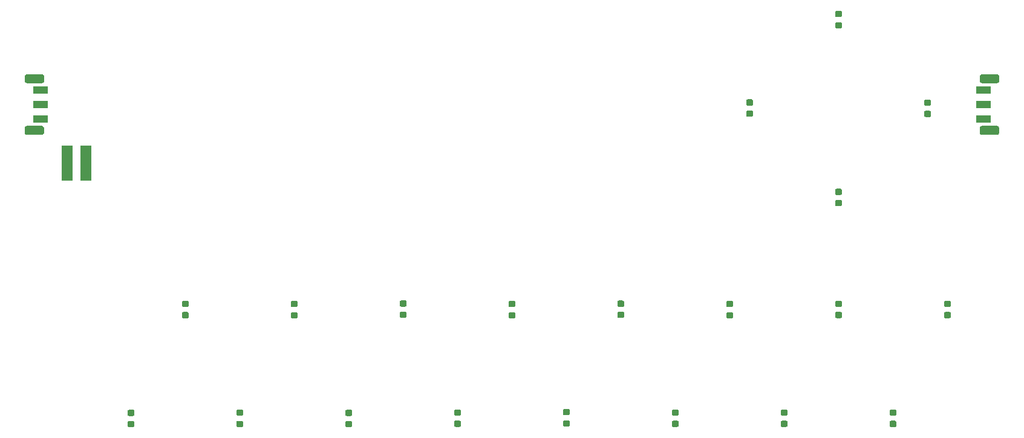
<source format=gtp>
G04 #@! TF.GenerationSoftware,KiCad,Pcbnew,(5.1.2)-1*
G04 #@! TF.CreationDate,2019-05-29T16:47:42+08:00*
G04 #@! TF.ProjectId,joyMIDI,6a6f794d-4944-4492-9e6b-696361645f70,rev?*
G04 #@! TF.SameCoordinates,Original*
G04 #@! TF.FileFunction,Paste,Top*
G04 #@! TF.FilePolarity,Positive*
%FSLAX46Y46*%
G04 Gerber Fmt 4.6, Leading zero omitted, Abs format (unit mm)*
G04 Created by KiCad (PCBNEW (5.1.2)-1) date 2019-05-29 16:47:42*
%MOMM*%
%LPD*%
G04 APERTURE LIST*
%ADD10R,1.600000X5.000000*%
%ADD11C,0.100000*%
%ADD12C,1.250000*%
%ADD13R,2.000000X1.000000*%
%ADD14C,0.875000*%
G04 APERTURE END LIST*
D10*
X88830000Y-97200000D03*
X86230000Y-97200000D03*
D11*
G36*
X82718130Y-84751505D02*
G01*
X82748466Y-84756005D01*
X82778214Y-84763456D01*
X82807089Y-84773788D01*
X82834811Y-84786900D01*
X82861116Y-84802666D01*
X82885748Y-84820934D01*
X82908471Y-84841529D01*
X82929066Y-84864252D01*
X82947334Y-84888884D01*
X82963100Y-84915189D01*
X82976212Y-84942911D01*
X82986544Y-84971786D01*
X82993995Y-85001534D01*
X82998495Y-85031870D01*
X83000000Y-85062500D01*
X83000000Y-85687500D01*
X82998495Y-85718130D01*
X82993995Y-85748466D01*
X82986544Y-85778214D01*
X82976212Y-85807089D01*
X82963100Y-85834811D01*
X82947334Y-85861116D01*
X82929066Y-85885748D01*
X82908471Y-85908471D01*
X82885748Y-85929066D01*
X82861116Y-85947334D01*
X82834811Y-85963100D01*
X82807089Y-85976212D01*
X82778214Y-85986544D01*
X82748466Y-85993995D01*
X82718130Y-85998495D01*
X82687500Y-86000000D01*
X80612500Y-86000000D01*
X80581870Y-85998495D01*
X80551534Y-85993995D01*
X80521786Y-85986544D01*
X80492911Y-85976212D01*
X80465189Y-85963100D01*
X80438884Y-85947334D01*
X80414252Y-85929066D01*
X80391529Y-85908471D01*
X80370934Y-85885748D01*
X80352666Y-85861116D01*
X80336900Y-85834811D01*
X80323788Y-85807089D01*
X80313456Y-85778214D01*
X80306005Y-85748466D01*
X80301505Y-85718130D01*
X80300000Y-85687500D01*
X80300000Y-85062500D01*
X80301505Y-85031870D01*
X80306005Y-85001534D01*
X80313456Y-84971786D01*
X80323788Y-84942911D01*
X80336900Y-84915189D01*
X80352666Y-84888884D01*
X80370934Y-84864252D01*
X80391529Y-84841529D01*
X80414252Y-84820934D01*
X80438884Y-84802666D01*
X80465189Y-84786900D01*
X80492911Y-84773788D01*
X80521786Y-84763456D01*
X80551534Y-84756005D01*
X80581870Y-84751505D01*
X80612500Y-84750000D01*
X82687500Y-84750000D01*
X82718130Y-84751505D01*
X82718130Y-84751505D01*
G37*
D12*
X81650000Y-85375000D03*
D11*
G36*
X82718130Y-92001505D02*
G01*
X82748466Y-92006005D01*
X82778214Y-92013456D01*
X82807089Y-92023788D01*
X82834811Y-92036900D01*
X82861116Y-92052666D01*
X82885748Y-92070934D01*
X82908471Y-92091529D01*
X82929066Y-92114252D01*
X82947334Y-92138884D01*
X82963100Y-92165189D01*
X82976212Y-92192911D01*
X82986544Y-92221786D01*
X82993995Y-92251534D01*
X82998495Y-92281870D01*
X83000000Y-92312500D01*
X83000000Y-92937500D01*
X82998495Y-92968130D01*
X82993995Y-92998466D01*
X82986544Y-93028214D01*
X82976212Y-93057089D01*
X82963100Y-93084811D01*
X82947334Y-93111116D01*
X82929066Y-93135748D01*
X82908471Y-93158471D01*
X82885748Y-93179066D01*
X82861116Y-93197334D01*
X82834811Y-93213100D01*
X82807089Y-93226212D01*
X82778214Y-93236544D01*
X82748466Y-93243995D01*
X82718130Y-93248495D01*
X82687500Y-93250000D01*
X80612500Y-93250000D01*
X80581870Y-93248495D01*
X80551534Y-93243995D01*
X80521786Y-93236544D01*
X80492911Y-93226212D01*
X80465189Y-93213100D01*
X80438884Y-93197334D01*
X80414252Y-93179066D01*
X80391529Y-93158471D01*
X80370934Y-93135748D01*
X80352666Y-93111116D01*
X80336900Y-93084811D01*
X80323788Y-93057089D01*
X80313456Y-93028214D01*
X80306005Y-92998466D01*
X80301505Y-92968130D01*
X80300000Y-92937500D01*
X80300000Y-92312500D01*
X80301505Y-92281870D01*
X80306005Y-92251534D01*
X80313456Y-92221786D01*
X80323788Y-92192911D01*
X80336900Y-92165189D01*
X80352666Y-92138884D01*
X80370934Y-92114252D01*
X80391529Y-92091529D01*
X80414252Y-92070934D01*
X80438884Y-92052666D01*
X80465189Y-92036900D01*
X80492911Y-92023788D01*
X80521786Y-92013456D01*
X80551534Y-92006005D01*
X80581870Y-92001505D01*
X80612500Y-92000000D01*
X82687500Y-92000000D01*
X82718130Y-92001505D01*
X82718130Y-92001505D01*
G37*
D12*
X81650000Y-92625000D03*
D13*
X82500000Y-89000000D03*
X82500000Y-91000000D03*
X82500000Y-87000000D03*
D11*
G36*
X216418130Y-92001505D02*
G01*
X216448466Y-92006005D01*
X216478214Y-92013456D01*
X216507089Y-92023788D01*
X216534811Y-92036900D01*
X216561116Y-92052666D01*
X216585748Y-92070934D01*
X216608471Y-92091529D01*
X216629066Y-92114252D01*
X216647334Y-92138884D01*
X216663100Y-92165189D01*
X216676212Y-92192911D01*
X216686544Y-92221786D01*
X216693995Y-92251534D01*
X216698495Y-92281870D01*
X216700000Y-92312500D01*
X216700000Y-92937500D01*
X216698495Y-92968130D01*
X216693995Y-92998466D01*
X216686544Y-93028214D01*
X216676212Y-93057089D01*
X216663100Y-93084811D01*
X216647334Y-93111116D01*
X216629066Y-93135748D01*
X216608471Y-93158471D01*
X216585748Y-93179066D01*
X216561116Y-93197334D01*
X216534811Y-93213100D01*
X216507089Y-93226212D01*
X216478214Y-93236544D01*
X216448466Y-93243995D01*
X216418130Y-93248495D01*
X216387500Y-93250000D01*
X214312500Y-93250000D01*
X214281870Y-93248495D01*
X214251534Y-93243995D01*
X214221786Y-93236544D01*
X214192911Y-93226212D01*
X214165189Y-93213100D01*
X214138884Y-93197334D01*
X214114252Y-93179066D01*
X214091529Y-93158471D01*
X214070934Y-93135748D01*
X214052666Y-93111116D01*
X214036900Y-93084811D01*
X214023788Y-93057089D01*
X214013456Y-93028214D01*
X214006005Y-92998466D01*
X214001505Y-92968130D01*
X214000000Y-92937500D01*
X214000000Y-92312500D01*
X214001505Y-92281870D01*
X214006005Y-92251534D01*
X214013456Y-92221786D01*
X214023788Y-92192911D01*
X214036900Y-92165189D01*
X214052666Y-92138884D01*
X214070934Y-92114252D01*
X214091529Y-92091529D01*
X214114252Y-92070934D01*
X214138884Y-92052666D01*
X214165189Y-92036900D01*
X214192911Y-92023788D01*
X214221786Y-92013456D01*
X214251534Y-92006005D01*
X214281870Y-92001505D01*
X214312500Y-92000000D01*
X216387500Y-92000000D01*
X216418130Y-92001505D01*
X216418130Y-92001505D01*
G37*
D12*
X215350000Y-92625000D03*
D11*
G36*
X216418130Y-84751505D02*
G01*
X216448466Y-84756005D01*
X216478214Y-84763456D01*
X216507089Y-84773788D01*
X216534811Y-84786900D01*
X216561116Y-84802666D01*
X216585748Y-84820934D01*
X216608471Y-84841529D01*
X216629066Y-84864252D01*
X216647334Y-84888884D01*
X216663100Y-84915189D01*
X216676212Y-84942911D01*
X216686544Y-84971786D01*
X216693995Y-85001534D01*
X216698495Y-85031870D01*
X216700000Y-85062500D01*
X216700000Y-85687500D01*
X216698495Y-85718130D01*
X216693995Y-85748466D01*
X216686544Y-85778214D01*
X216676212Y-85807089D01*
X216663100Y-85834811D01*
X216647334Y-85861116D01*
X216629066Y-85885748D01*
X216608471Y-85908471D01*
X216585748Y-85929066D01*
X216561116Y-85947334D01*
X216534811Y-85963100D01*
X216507089Y-85976212D01*
X216478214Y-85986544D01*
X216448466Y-85993995D01*
X216418130Y-85998495D01*
X216387500Y-86000000D01*
X214312500Y-86000000D01*
X214281870Y-85998495D01*
X214251534Y-85993995D01*
X214221786Y-85986544D01*
X214192911Y-85976212D01*
X214165189Y-85963100D01*
X214138884Y-85947334D01*
X214114252Y-85929066D01*
X214091529Y-85908471D01*
X214070934Y-85885748D01*
X214052666Y-85861116D01*
X214036900Y-85834811D01*
X214023788Y-85807089D01*
X214013456Y-85778214D01*
X214006005Y-85748466D01*
X214001505Y-85718130D01*
X214000000Y-85687500D01*
X214000000Y-85062500D01*
X214001505Y-85031870D01*
X214006005Y-85001534D01*
X214013456Y-84971786D01*
X214023788Y-84942911D01*
X214036900Y-84915189D01*
X214052666Y-84888884D01*
X214070934Y-84864252D01*
X214091529Y-84841529D01*
X214114252Y-84820934D01*
X214138884Y-84802666D01*
X214165189Y-84786900D01*
X214192911Y-84773788D01*
X214221786Y-84763456D01*
X214251534Y-84756005D01*
X214281870Y-84751505D01*
X214312500Y-84750000D01*
X216387500Y-84750000D01*
X216418130Y-84751505D01*
X216418130Y-84751505D01*
G37*
D12*
X215350000Y-85375000D03*
D13*
X214500000Y-89000000D03*
X214500000Y-87000000D03*
X214500000Y-91000000D03*
D11*
G36*
X194502691Y-100801053D02*
G01*
X194523926Y-100804203D01*
X194544750Y-100809419D01*
X194564962Y-100816651D01*
X194584368Y-100825830D01*
X194602781Y-100836866D01*
X194620024Y-100849654D01*
X194635930Y-100864070D01*
X194650346Y-100879976D01*
X194663134Y-100897219D01*
X194674170Y-100915632D01*
X194683349Y-100935038D01*
X194690581Y-100955250D01*
X194695797Y-100976074D01*
X194698947Y-100997309D01*
X194700000Y-101018750D01*
X194700000Y-101456250D01*
X194698947Y-101477691D01*
X194695797Y-101498926D01*
X194690581Y-101519750D01*
X194683349Y-101539962D01*
X194674170Y-101559368D01*
X194663134Y-101577781D01*
X194650346Y-101595024D01*
X194635930Y-101610930D01*
X194620024Y-101625346D01*
X194602781Y-101638134D01*
X194584368Y-101649170D01*
X194564962Y-101658349D01*
X194544750Y-101665581D01*
X194523926Y-101670797D01*
X194502691Y-101673947D01*
X194481250Y-101675000D01*
X193968750Y-101675000D01*
X193947309Y-101673947D01*
X193926074Y-101670797D01*
X193905250Y-101665581D01*
X193885038Y-101658349D01*
X193865632Y-101649170D01*
X193847219Y-101638134D01*
X193829976Y-101625346D01*
X193814070Y-101610930D01*
X193799654Y-101595024D01*
X193786866Y-101577781D01*
X193775830Y-101559368D01*
X193766651Y-101539962D01*
X193759419Y-101519750D01*
X193754203Y-101498926D01*
X193751053Y-101477691D01*
X193750000Y-101456250D01*
X193750000Y-101018750D01*
X193751053Y-100997309D01*
X193754203Y-100976074D01*
X193759419Y-100955250D01*
X193766651Y-100935038D01*
X193775830Y-100915632D01*
X193786866Y-100897219D01*
X193799654Y-100879976D01*
X193814070Y-100864070D01*
X193829976Y-100849654D01*
X193847219Y-100836866D01*
X193865632Y-100825830D01*
X193885038Y-100816651D01*
X193905250Y-100809419D01*
X193926074Y-100804203D01*
X193947309Y-100801053D01*
X193968750Y-100800000D01*
X194481250Y-100800000D01*
X194502691Y-100801053D01*
X194502691Y-100801053D01*
G37*
D14*
X194225000Y-101237500D03*
D11*
G36*
X194502691Y-102376053D02*
G01*
X194523926Y-102379203D01*
X194544750Y-102384419D01*
X194564962Y-102391651D01*
X194584368Y-102400830D01*
X194602781Y-102411866D01*
X194620024Y-102424654D01*
X194635930Y-102439070D01*
X194650346Y-102454976D01*
X194663134Y-102472219D01*
X194674170Y-102490632D01*
X194683349Y-102510038D01*
X194690581Y-102530250D01*
X194695797Y-102551074D01*
X194698947Y-102572309D01*
X194700000Y-102593750D01*
X194700000Y-103031250D01*
X194698947Y-103052691D01*
X194695797Y-103073926D01*
X194690581Y-103094750D01*
X194683349Y-103114962D01*
X194674170Y-103134368D01*
X194663134Y-103152781D01*
X194650346Y-103170024D01*
X194635930Y-103185930D01*
X194620024Y-103200346D01*
X194602781Y-103213134D01*
X194584368Y-103224170D01*
X194564962Y-103233349D01*
X194544750Y-103240581D01*
X194523926Y-103245797D01*
X194502691Y-103248947D01*
X194481250Y-103250000D01*
X193968750Y-103250000D01*
X193947309Y-103248947D01*
X193926074Y-103245797D01*
X193905250Y-103240581D01*
X193885038Y-103233349D01*
X193865632Y-103224170D01*
X193847219Y-103213134D01*
X193829976Y-103200346D01*
X193814070Y-103185930D01*
X193799654Y-103170024D01*
X193786866Y-103152781D01*
X193775830Y-103134368D01*
X193766651Y-103114962D01*
X193759419Y-103094750D01*
X193754203Y-103073926D01*
X193751053Y-103052691D01*
X193750000Y-103031250D01*
X193750000Y-102593750D01*
X193751053Y-102572309D01*
X193754203Y-102551074D01*
X193759419Y-102530250D01*
X193766651Y-102510038D01*
X193775830Y-102490632D01*
X193786866Y-102472219D01*
X193799654Y-102454976D01*
X193814070Y-102439070D01*
X193829976Y-102424654D01*
X193847219Y-102411866D01*
X193865632Y-102400830D01*
X193885038Y-102391651D01*
X193905250Y-102384419D01*
X193926074Y-102379203D01*
X193947309Y-102376053D01*
X193968750Y-102375000D01*
X194481250Y-102375000D01*
X194502691Y-102376053D01*
X194502691Y-102376053D01*
G37*
D14*
X194225000Y-102812500D03*
D11*
G36*
X182052691Y-88276053D02*
G01*
X182073926Y-88279203D01*
X182094750Y-88284419D01*
X182114962Y-88291651D01*
X182134368Y-88300830D01*
X182152781Y-88311866D01*
X182170024Y-88324654D01*
X182185930Y-88339070D01*
X182200346Y-88354976D01*
X182213134Y-88372219D01*
X182224170Y-88390632D01*
X182233349Y-88410038D01*
X182240581Y-88430250D01*
X182245797Y-88451074D01*
X182248947Y-88472309D01*
X182250000Y-88493750D01*
X182250000Y-88931250D01*
X182248947Y-88952691D01*
X182245797Y-88973926D01*
X182240581Y-88994750D01*
X182233349Y-89014962D01*
X182224170Y-89034368D01*
X182213134Y-89052781D01*
X182200346Y-89070024D01*
X182185930Y-89085930D01*
X182170024Y-89100346D01*
X182152781Y-89113134D01*
X182134368Y-89124170D01*
X182114962Y-89133349D01*
X182094750Y-89140581D01*
X182073926Y-89145797D01*
X182052691Y-89148947D01*
X182031250Y-89150000D01*
X181518750Y-89150000D01*
X181497309Y-89148947D01*
X181476074Y-89145797D01*
X181455250Y-89140581D01*
X181435038Y-89133349D01*
X181415632Y-89124170D01*
X181397219Y-89113134D01*
X181379976Y-89100346D01*
X181364070Y-89085930D01*
X181349654Y-89070024D01*
X181336866Y-89052781D01*
X181325830Y-89034368D01*
X181316651Y-89014962D01*
X181309419Y-88994750D01*
X181304203Y-88973926D01*
X181301053Y-88952691D01*
X181300000Y-88931250D01*
X181300000Y-88493750D01*
X181301053Y-88472309D01*
X181304203Y-88451074D01*
X181309419Y-88430250D01*
X181316651Y-88410038D01*
X181325830Y-88390632D01*
X181336866Y-88372219D01*
X181349654Y-88354976D01*
X181364070Y-88339070D01*
X181379976Y-88324654D01*
X181397219Y-88311866D01*
X181415632Y-88300830D01*
X181435038Y-88291651D01*
X181455250Y-88284419D01*
X181476074Y-88279203D01*
X181497309Y-88276053D01*
X181518750Y-88275000D01*
X182031250Y-88275000D01*
X182052691Y-88276053D01*
X182052691Y-88276053D01*
G37*
D14*
X181775000Y-88712500D03*
D11*
G36*
X182052691Y-89851053D02*
G01*
X182073926Y-89854203D01*
X182094750Y-89859419D01*
X182114962Y-89866651D01*
X182134368Y-89875830D01*
X182152781Y-89886866D01*
X182170024Y-89899654D01*
X182185930Y-89914070D01*
X182200346Y-89929976D01*
X182213134Y-89947219D01*
X182224170Y-89965632D01*
X182233349Y-89985038D01*
X182240581Y-90005250D01*
X182245797Y-90026074D01*
X182248947Y-90047309D01*
X182250000Y-90068750D01*
X182250000Y-90506250D01*
X182248947Y-90527691D01*
X182245797Y-90548926D01*
X182240581Y-90569750D01*
X182233349Y-90589962D01*
X182224170Y-90609368D01*
X182213134Y-90627781D01*
X182200346Y-90645024D01*
X182185930Y-90660930D01*
X182170024Y-90675346D01*
X182152781Y-90688134D01*
X182134368Y-90699170D01*
X182114962Y-90708349D01*
X182094750Y-90715581D01*
X182073926Y-90720797D01*
X182052691Y-90723947D01*
X182031250Y-90725000D01*
X181518750Y-90725000D01*
X181497309Y-90723947D01*
X181476074Y-90720797D01*
X181455250Y-90715581D01*
X181435038Y-90708349D01*
X181415632Y-90699170D01*
X181397219Y-90688134D01*
X181379976Y-90675346D01*
X181364070Y-90660930D01*
X181349654Y-90645024D01*
X181336866Y-90627781D01*
X181325830Y-90609368D01*
X181316651Y-90589962D01*
X181309419Y-90569750D01*
X181304203Y-90548926D01*
X181301053Y-90527691D01*
X181300000Y-90506250D01*
X181300000Y-90068750D01*
X181301053Y-90047309D01*
X181304203Y-90026074D01*
X181309419Y-90005250D01*
X181316651Y-89985038D01*
X181325830Y-89965632D01*
X181336866Y-89947219D01*
X181349654Y-89929976D01*
X181364070Y-89914070D01*
X181379976Y-89899654D01*
X181397219Y-89886866D01*
X181415632Y-89875830D01*
X181435038Y-89866651D01*
X181455250Y-89859419D01*
X181476074Y-89854203D01*
X181497309Y-89851053D01*
X181518750Y-89850000D01*
X182031250Y-89850000D01*
X182052691Y-89851053D01*
X182052691Y-89851053D01*
G37*
D14*
X181775000Y-90287500D03*
D11*
G36*
X194502691Y-75876053D02*
G01*
X194523926Y-75879203D01*
X194544750Y-75884419D01*
X194564962Y-75891651D01*
X194584368Y-75900830D01*
X194602781Y-75911866D01*
X194620024Y-75924654D01*
X194635930Y-75939070D01*
X194650346Y-75954976D01*
X194663134Y-75972219D01*
X194674170Y-75990632D01*
X194683349Y-76010038D01*
X194690581Y-76030250D01*
X194695797Y-76051074D01*
X194698947Y-76072309D01*
X194700000Y-76093750D01*
X194700000Y-76531250D01*
X194698947Y-76552691D01*
X194695797Y-76573926D01*
X194690581Y-76594750D01*
X194683349Y-76614962D01*
X194674170Y-76634368D01*
X194663134Y-76652781D01*
X194650346Y-76670024D01*
X194635930Y-76685930D01*
X194620024Y-76700346D01*
X194602781Y-76713134D01*
X194584368Y-76724170D01*
X194564962Y-76733349D01*
X194544750Y-76740581D01*
X194523926Y-76745797D01*
X194502691Y-76748947D01*
X194481250Y-76750000D01*
X193968750Y-76750000D01*
X193947309Y-76748947D01*
X193926074Y-76745797D01*
X193905250Y-76740581D01*
X193885038Y-76733349D01*
X193865632Y-76724170D01*
X193847219Y-76713134D01*
X193829976Y-76700346D01*
X193814070Y-76685930D01*
X193799654Y-76670024D01*
X193786866Y-76652781D01*
X193775830Y-76634368D01*
X193766651Y-76614962D01*
X193759419Y-76594750D01*
X193754203Y-76573926D01*
X193751053Y-76552691D01*
X193750000Y-76531250D01*
X193750000Y-76093750D01*
X193751053Y-76072309D01*
X193754203Y-76051074D01*
X193759419Y-76030250D01*
X193766651Y-76010038D01*
X193775830Y-75990632D01*
X193786866Y-75972219D01*
X193799654Y-75954976D01*
X193814070Y-75939070D01*
X193829976Y-75924654D01*
X193847219Y-75911866D01*
X193865632Y-75900830D01*
X193885038Y-75891651D01*
X193905250Y-75884419D01*
X193926074Y-75879203D01*
X193947309Y-75876053D01*
X193968750Y-75875000D01*
X194481250Y-75875000D01*
X194502691Y-75876053D01*
X194502691Y-75876053D01*
G37*
D14*
X194225000Y-76312500D03*
D11*
G36*
X194502691Y-77451053D02*
G01*
X194523926Y-77454203D01*
X194544750Y-77459419D01*
X194564962Y-77466651D01*
X194584368Y-77475830D01*
X194602781Y-77486866D01*
X194620024Y-77499654D01*
X194635930Y-77514070D01*
X194650346Y-77529976D01*
X194663134Y-77547219D01*
X194674170Y-77565632D01*
X194683349Y-77585038D01*
X194690581Y-77605250D01*
X194695797Y-77626074D01*
X194698947Y-77647309D01*
X194700000Y-77668750D01*
X194700000Y-78106250D01*
X194698947Y-78127691D01*
X194695797Y-78148926D01*
X194690581Y-78169750D01*
X194683349Y-78189962D01*
X194674170Y-78209368D01*
X194663134Y-78227781D01*
X194650346Y-78245024D01*
X194635930Y-78260930D01*
X194620024Y-78275346D01*
X194602781Y-78288134D01*
X194584368Y-78299170D01*
X194564962Y-78308349D01*
X194544750Y-78315581D01*
X194523926Y-78320797D01*
X194502691Y-78323947D01*
X194481250Y-78325000D01*
X193968750Y-78325000D01*
X193947309Y-78323947D01*
X193926074Y-78320797D01*
X193905250Y-78315581D01*
X193885038Y-78308349D01*
X193865632Y-78299170D01*
X193847219Y-78288134D01*
X193829976Y-78275346D01*
X193814070Y-78260930D01*
X193799654Y-78245024D01*
X193786866Y-78227781D01*
X193775830Y-78209368D01*
X193766651Y-78189962D01*
X193759419Y-78169750D01*
X193754203Y-78148926D01*
X193751053Y-78127691D01*
X193750000Y-78106250D01*
X193750000Y-77668750D01*
X193751053Y-77647309D01*
X193754203Y-77626074D01*
X193759419Y-77605250D01*
X193766651Y-77585038D01*
X193775830Y-77565632D01*
X193786866Y-77547219D01*
X193799654Y-77529976D01*
X193814070Y-77514070D01*
X193829976Y-77499654D01*
X193847219Y-77486866D01*
X193865632Y-77475830D01*
X193885038Y-77466651D01*
X193905250Y-77459419D01*
X193926074Y-77454203D01*
X193947309Y-77451053D01*
X193968750Y-77450000D01*
X194481250Y-77450000D01*
X194502691Y-77451053D01*
X194502691Y-77451053D01*
G37*
D14*
X194225000Y-77887500D03*
D11*
G36*
X206952691Y-88301053D02*
G01*
X206973926Y-88304203D01*
X206994750Y-88309419D01*
X207014962Y-88316651D01*
X207034368Y-88325830D01*
X207052781Y-88336866D01*
X207070024Y-88349654D01*
X207085930Y-88364070D01*
X207100346Y-88379976D01*
X207113134Y-88397219D01*
X207124170Y-88415632D01*
X207133349Y-88435038D01*
X207140581Y-88455250D01*
X207145797Y-88476074D01*
X207148947Y-88497309D01*
X207150000Y-88518750D01*
X207150000Y-88956250D01*
X207148947Y-88977691D01*
X207145797Y-88998926D01*
X207140581Y-89019750D01*
X207133349Y-89039962D01*
X207124170Y-89059368D01*
X207113134Y-89077781D01*
X207100346Y-89095024D01*
X207085930Y-89110930D01*
X207070024Y-89125346D01*
X207052781Y-89138134D01*
X207034368Y-89149170D01*
X207014962Y-89158349D01*
X206994750Y-89165581D01*
X206973926Y-89170797D01*
X206952691Y-89173947D01*
X206931250Y-89175000D01*
X206418750Y-89175000D01*
X206397309Y-89173947D01*
X206376074Y-89170797D01*
X206355250Y-89165581D01*
X206335038Y-89158349D01*
X206315632Y-89149170D01*
X206297219Y-89138134D01*
X206279976Y-89125346D01*
X206264070Y-89110930D01*
X206249654Y-89095024D01*
X206236866Y-89077781D01*
X206225830Y-89059368D01*
X206216651Y-89039962D01*
X206209419Y-89019750D01*
X206204203Y-88998926D01*
X206201053Y-88977691D01*
X206200000Y-88956250D01*
X206200000Y-88518750D01*
X206201053Y-88497309D01*
X206204203Y-88476074D01*
X206209419Y-88455250D01*
X206216651Y-88435038D01*
X206225830Y-88415632D01*
X206236866Y-88397219D01*
X206249654Y-88379976D01*
X206264070Y-88364070D01*
X206279976Y-88349654D01*
X206297219Y-88336866D01*
X206315632Y-88325830D01*
X206335038Y-88316651D01*
X206355250Y-88309419D01*
X206376074Y-88304203D01*
X206397309Y-88301053D01*
X206418750Y-88300000D01*
X206931250Y-88300000D01*
X206952691Y-88301053D01*
X206952691Y-88301053D01*
G37*
D14*
X206675000Y-88737500D03*
D11*
G36*
X206952691Y-89876053D02*
G01*
X206973926Y-89879203D01*
X206994750Y-89884419D01*
X207014962Y-89891651D01*
X207034368Y-89900830D01*
X207052781Y-89911866D01*
X207070024Y-89924654D01*
X207085930Y-89939070D01*
X207100346Y-89954976D01*
X207113134Y-89972219D01*
X207124170Y-89990632D01*
X207133349Y-90010038D01*
X207140581Y-90030250D01*
X207145797Y-90051074D01*
X207148947Y-90072309D01*
X207150000Y-90093750D01*
X207150000Y-90531250D01*
X207148947Y-90552691D01*
X207145797Y-90573926D01*
X207140581Y-90594750D01*
X207133349Y-90614962D01*
X207124170Y-90634368D01*
X207113134Y-90652781D01*
X207100346Y-90670024D01*
X207085930Y-90685930D01*
X207070024Y-90700346D01*
X207052781Y-90713134D01*
X207034368Y-90724170D01*
X207014962Y-90733349D01*
X206994750Y-90740581D01*
X206973926Y-90745797D01*
X206952691Y-90748947D01*
X206931250Y-90750000D01*
X206418750Y-90750000D01*
X206397309Y-90748947D01*
X206376074Y-90745797D01*
X206355250Y-90740581D01*
X206335038Y-90733349D01*
X206315632Y-90724170D01*
X206297219Y-90713134D01*
X206279976Y-90700346D01*
X206264070Y-90685930D01*
X206249654Y-90670024D01*
X206236866Y-90652781D01*
X206225830Y-90634368D01*
X206216651Y-90614962D01*
X206209419Y-90594750D01*
X206204203Y-90573926D01*
X206201053Y-90552691D01*
X206200000Y-90531250D01*
X206200000Y-90093750D01*
X206201053Y-90072309D01*
X206204203Y-90051074D01*
X206209419Y-90030250D01*
X206216651Y-90010038D01*
X206225830Y-89990632D01*
X206236866Y-89972219D01*
X206249654Y-89954976D01*
X206264070Y-89939070D01*
X206279976Y-89924654D01*
X206297219Y-89911866D01*
X206315632Y-89900830D01*
X206335038Y-89891651D01*
X206355250Y-89884419D01*
X206376074Y-89879203D01*
X206397309Y-89876053D01*
X206418750Y-89875000D01*
X206931250Y-89875000D01*
X206952691Y-89876053D01*
X206952691Y-89876053D01*
G37*
D14*
X206675000Y-90312500D03*
D11*
G36*
X164017691Y-116476053D02*
G01*
X164038926Y-116479203D01*
X164059750Y-116484419D01*
X164079962Y-116491651D01*
X164099368Y-116500830D01*
X164117781Y-116511866D01*
X164135024Y-116524654D01*
X164150930Y-116539070D01*
X164165346Y-116554976D01*
X164178134Y-116572219D01*
X164189170Y-116590632D01*
X164198349Y-116610038D01*
X164205581Y-116630250D01*
X164210797Y-116651074D01*
X164213947Y-116672309D01*
X164215000Y-116693750D01*
X164215000Y-117131250D01*
X164213947Y-117152691D01*
X164210797Y-117173926D01*
X164205581Y-117194750D01*
X164198349Y-117214962D01*
X164189170Y-117234368D01*
X164178134Y-117252781D01*
X164165346Y-117270024D01*
X164150930Y-117285930D01*
X164135024Y-117300346D01*
X164117781Y-117313134D01*
X164099368Y-117324170D01*
X164079962Y-117333349D01*
X164059750Y-117340581D01*
X164038926Y-117345797D01*
X164017691Y-117348947D01*
X163996250Y-117350000D01*
X163483750Y-117350000D01*
X163462309Y-117348947D01*
X163441074Y-117345797D01*
X163420250Y-117340581D01*
X163400038Y-117333349D01*
X163380632Y-117324170D01*
X163362219Y-117313134D01*
X163344976Y-117300346D01*
X163329070Y-117285930D01*
X163314654Y-117270024D01*
X163301866Y-117252781D01*
X163290830Y-117234368D01*
X163281651Y-117214962D01*
X163274419Y-117194750D01*
X163269203Y-117173926D01*
X163266053Y-117152691D01*
X163265000Y-117131250D01*
X163265000Y-116693750D01*
X163266053Y-116672309D01*
X163269203Y-116651074D01*
X163274419Y-116630250D01*
X163281651Y-116610038D01*
X163290830Y-116590632D01*
X163301866Y-116572219D01*
X163314654Y-116554976D01*
X163329070Y-116539070D01*
X163344976Y-116524654D01*
X163362219Y-116511866D01*
X163380632Y-116500830D01*
X163400038Y-116491651D01*
X163420250Y-116484419D01*
X163441074Y-116479203D01*
X163462309Y-116476053D01*
X163483750Y-116475000D01*
X163996250Y-116475000D01*
X164017691Y-116476053D01*
X164017691Y-116476053D01*
G37*
D14*
X163740000Y-116912500D03*
D11*
G36*
X164017691Y-118051053D02*
G01*
X164038926Y-118054203D01*
X164059750Y-118059419D01*
X164079962Y-118066651D01*
X164099368Y-118075830D01*
X164117781Y-118086866D01*
X164135024Y-118099654D01*
X164150930Y-118114070D01*
X164165346Y-118129976D01*
X164178134Y-118147219D01*
X164189170Y-118165632D01*
X164198349Y-118185038D01*
X164205581Y-118205250D01*
X164210797Y-118226074D01*
X164213947Y-118247309D01*
X164215000Y-118268750D01*
X164215000Y-118706250D01*
X164213947Y-118727691D01*
X164210797Y-118748926D01*
X164205581Y-118769750D01*
X164198349Y-118789962D01*
X164189170Y-118809368D01*
X164178134Y-118827781D01*
X164165346Y-118845024D01*
X164150930Y-118860930D01*
X164135024Y-118875346D01*
X164117781Y-118888134D01*
X164099368Y-118899170D01*
X164079962Y-118908349D01*
X164059750Y-118915581D01*
X164038926Y-118920797D01*
X164017691Y-118923947D01*
X163996250Y-118925000D01*
X163483750Y-118925000D01*
X163462309Y-118923947D01*
X163441074Y-118920797D01*
X163420250Y-118915581D01*
X163400038Y-118908349D01*
X163380632Y-118899170D01*
X163362219Y-118888134D01*
X163344976Y-118875346D01*
X163329070Y-118860930D01*
X163314654Y-118845024D01*
X163301866Y-118827781D01*
X163290830Y-118809368D01*
X163281651Y-118789962D01*
X163274419Y-118769750D01*
X163269203Y-118748926D01*
X163266053Y-118727691D01*
X163265000Y-118706250D01*
X163265000Y-118268750D01*
X163266053Y-118247309D01*
X163269203Y-118226074D01*
X163274419Y-118205250D01*
X163281651Y-118185038D01*
X163290830Y-118165632D01*
X163301866Y-118147219D01*
X163314654Y-118129976D01*
X163329070Y-118114070D01*
X163344976Y-118099654D01*
X163362219Y-118086866D01*
X163380632Y-118075830D01*
X163400038Y-118066651D01*
X163420250Y-118059419D01*
X163441074Y-118054203D01*
X163462309Y-118051053D01*
X163483750Y-118050000D01*
X163996250Y-118050000D01*
X164017691Y-118051053D01*
X164017691Y-118051053D01*
G37*
D14*
X163740000Y-118487500D03*
D11*
G36*
X179257691Y-116516053D02*
G01*
X179278926Y-116519203D01*
X179299750Y-116524419D01*
X179319962Y-116531651D01*
X179339368Y-116540830D01*
X179357781Y-116551866D01*
X179375024Y-116564654D01*
X179390930Y-116579070D01*
X179405346Y-116594976D01*
X179418134Y-116612219D01*
X179429170Y-116630632D01*
X179438349Y-116650038D01*
X179445581Y-116670250D01*
X179450797Y-116691074D01*
X179453947Y-116712309D01*
X179455000Y-116733750D01*
X179455000Y-117171250D01*
X179453947Y-117192691D01*
X179450797Y-117213926D01*
X179445581Y-117234750D01*
X179438349Y-117254962D01*
X179429170Y-117274368D01*
X179418134Y-117292781D01*
X179405346Y-117310024D01*
X179390930Y-117325930D01*
X179375024Y-117340346D01*
X179357781Y-117353134D01*
X179339368Y-117364170D01*
X179319962Y-117373349D01*
X179299750Y-117380581D01*
X179278926Y-117385797D01*
X179257691Y-117388947D01*
X179236250Y-117390000D01*
X178723750Y-117390000D01*
X178702309Y-117388947D01*
X178681074Y-117385797D01*
X178660250Y-117380581D01*
X178640038Y-117373349D01*
X178620632Y-117364170D01*
X178602219Y-117353134D01*
X178584976Y-117340346D01*
X178569070Y-117325930D01*
X178554654Y-117310024D01*
X178541866Y-117292781D01*
X178530830Y-117274368D01*
X178521651Y-117254962D01*
X178514419Y-117234750D01*
X178509203Y-117213926D01*
X178506053Y-117192691D01*
X178505000Y-117171250D01*
X178505000Y-116733750D01*
X178506053Y-116712309D01*
X178509203Y-116691074D01*
X178514419Y-116670250D01*
X178521651Y-116650038D01*
X178530830Y-116630632D01*
X178541866Y-116612219D01*
X178554654Y-116594976D01*
X178569070Y-116579070D01*
X178584976Y-116564654D01*
X178602219Y-116551866D01*
X178620632Y-116540830D01*
X178640038Y-116531651D01*
X178660250Y-116524419D01*
X178681074Y-116519203D01*
X178702309Y-116516053D01*
X178723750Y-116515000D01*
X179236250Y-116515000D01*
X179257691Y-116516053D01*
X179257691Y-116516053D01*
G37*
D14*
X178980000Y-116952500D03*
D11*
G36*
X179257691Y-118091053D02*
G01*
X179278926Y-118094203D01*
X179299750Y-118099419D01*
X179319962Y-118106651D01*
X179339368Y-118115830D01*
X179357781Y-118126866D01*
X179375024Y-118139654D01*
X179390930Y-118154070D01*
X179405346Y-118169976D01*
X179418134Y-118187219D01*
X179429170Y-118205632D01*
X179438349Y-118225038D01*
X179445581Y-118245250D01*
X179450797Y-118266074D01*
X179453947Y-118287309D01*
X179455000Y-118308750D01*
X179455000Y-118746250D01*
X179453947Y-118767691D01*
X179450797Y-118788926D01*
X179445581Y-118809750D01*
X179438349Y-118829962D01*
X179429170Y-118849368D01*
X179418134Y-118867781D01*
X179405346Y-118885024D01*
X179390930Y-118900930D01*
X179375024Y-118915346D01*
X179357781Y-118928134D01*
X179339368Y-118939170D01*
X179319962Y-118948349D01*
X179299750Y-118955581D01*
X179278926Y-118960797D01*
X179257691Y-118963947D01*
X179236250Y-118965000D01*
X178723750Y-118965000D01*
X178702309Y-118963947D01*
X178681074Y-118960797D01*
X178660250Y-118955581D01*
X178640038Y-118948349D01*
X178620632Y-118939170D01*
X178602219Y-118928134D01*
X178584976Y-118915346D01*
X178569070Y-118900930D01*
X178554654Y-118885024D01*
X178541866Y-118867781D01*
X178530830Y-118849368D01*
X178521651Y-118829962D01*
X178514419Y-118809750D01*
X178509203Y-118788926D01*
X178506053Y-118767691D01*
X178505000Y-118746250D01*
X178505000Y-118308750D01*
X178506053Y-118287309D01*
X178509203Y-118266074D01*
X178514419Y-118245250D01*
X178521651Y-118225038D01*
X178530830Y-118205632D01*
X178541866Y-118187219D01*
X178554654Y-118169976D01*
X178569070Y-118154070D01*
X178584976Y-118139654D01*
X178602219Y-118126866D01*
X178620632Y-118115830D01*
X178640038Y-118106651D01*
X178660250Y-118099419D01*
X178681074Y-118094203D01*
X178702309Y-118091053D01*
X178723750Y-118090000D01*
X179236250Y-118090000D01*
X179257691Y-118091053D01*
X179257691Y-118091053D01*
G37*
D14*
X178980000Y-118527500D03*
D11*
G36*
X194497691Y-116486053D02*
G01*
X194518926Y-116489203D01*
X194539750Y-116494419D01*
X194559962Y-116501651D01*
X194579368Y-116510830D01*
X194597781Y-116521866D01*
X194615024Y-116534654D01*
X194630930Y-116549070D01*
X194645346Y-116564976D01*
X194658134Y-116582219D01*
X194669170Y-116600632D01*
X194678349Y-116620038D01*
X194685581Y-116640250D01*
X194690797Y-116661074D01*
X194693947Y-116682309D01*
X194695000Y-116703750D01*
X194695000Y-117141250D01*
X194693947Y-117162691D01*
X194690797Y-117183926D01*
X194685581Y-117204750D01*
X194678349Y-117224962D01*
X194669170Y-117244368D01*
X194658134Y-117262781D01*
X194645346Y-117280024D01*
X194630930Y-117295930D01*
X194615024Y-117310346D01*
X194597781Y-117323134D01*
X194579368Y-117334170D01*
X194559962Y-117343349D01*
X194539750Y-117350581D01*
X194518926Y-117355797D01*
X194497691Y-117358947D01*
X194476250Y-117360000D01*
X193963750Y-117360000D01*
X193942309Y-117358947D01*
X193921074Y-117355797D01*
X193900250Y-117350581D01*
X193880038Y-117343349D01*
X193860632Y-117334170D01*
X193842219Y-117323134D01*
X193824976Y-117310346D01*
X193809070Y-117295930D01*
X193794654Y-117280024D01*
X193781866Y-117262781D01*
X193770830Y-117244368D01*
X193761651Y-117224962D01*
X193754419Y-117204750D01*
X193749203Y-117183926D01*
X193746053Y-117162691D01*
X193745000Y-117141250D01*
X193745000Y-116703750D01*
X193746053Y-116682309D01*
X193749203Y-116661074D01*
X193754419Y-116640250D01*
X193761651Y-116620038D01*
X193770830Y-116600632D01*
X193781866Y-116582219D01*
X193794654Y-116564976D01*
X193809070Y-116549070D01*
X193824976Y-116534654D01*
X193842219Y-116521866D01*
X193860632Y-116510830D01*
X193880038Y-116501651D01*
X193900250Y-116494419D01*
X193921074Y-116489203D01*
X193942309Y-116486053D01*
X193963750Y-116485000D01*
X194476250Y-116485000D01*
X194497691Y-116486053D01*
X194497691Y-116486053D01*
G37*
D14*
X194220000Y-116922500D03*
D11*
G36*
X194497691Y-118061053D02*
G01*
X194518926Y-118064203D01*
X194539750Y-118069419D01*
X194559962Y-118076651D01*
X194579368Y-118085830D01*
X194597781Y-118096866D01*
X194615024Y-118109654D01*
X194630930Y-118124070D01*
X194645346Y-118139976D01*
X194658134Y-118157219D01*
X194669170Y-118175632D01*
X194678349Y-118195038D01*
X194685581Y-118215250D01*
X194690797Y-118236074D01*
X194693947Y-118257309D01*
X194695000Y-118278750D01*
X194695000Y-118716250D01*
X194693947Y-118737691D01*
X194690797Y-118758926D01*
X194685581Y-118779750D01*
X194678349Y-118799962D01*
X194669170Y-118819368D01*
X194658134Y-118837781D01*
X194645346Y-118855024D01*
X194630930Y-118870930D01*
X194615024Y-118885346D01*
X194597781Y-118898134D01*
X194579368Y-118909170D01*
X194559962Y-118918349D01*
X194539750Y-118925581D01*
X194518926Y-118930797D01*
X194497691Y-118933947D01*
X194476250Y-118935000D01*
X193963750Y-118935000D01*
X193942309Y-118933947D01*
X193921074Y-118930797D01*
X193900250Y-118925581D01*
X193880038Y-118918349D01*
X193860632Y-118909170D01*
X193842219Y-118898134D01*
X193824976Y-118885346D01*
X193809070Y-118870930D01*
X193794654Y-118855024D01*
X193781866Y-118837781D01*
X193770830Y-118819368D01*
X193761651Y-118799962D01*
X193754419Y-118779750D01*
X193749203Y-118758926D01*
X193746053Y-118737691D01*
X193745000Y-118716250D01*
X193745000Y-118278750D01*
X193746053Y-118257309D01*
X193749203Y-118236074D01*
X193754419Y-118215250D01*
X193761651Y-118195038D01*
X193770830Y-118175632D01*
X193781866Y-118157219D01*
X193794654Y-118139976D01*
X193809070Y-118124070D01*
X193824976Y-118109654D01*
X193842219Y-118096866D01*
X193860632Y-118085830D01*
X193880038Y-118076651D01*
X193900250Y-118069419D01*
X193921074Y-118064203D01*
X193942309Y-118061053D01*
X193963750Y-118060000D01*
X194476250Y-118060000D01*
X194497691Y-118061053D01*
X194497691Y-118061053D01*
G37*
D14*
X194220000Y-118497500D03*
D11*
G36*
X209737691Y-116496053D02*
G01*
X209758926Y-116499203D01*
X209779750Y-116504419D01*
X209799962Y-116511651D01*
X209819368Y-116520830D01*
X209837781Y-116531866D01*
X209855024Y-116544654D01*
X209870930Y-116559070D01*
X209885346Y-116574976D01*
X209898134Y-116592219D01*
X209909170Y-116610632D01*
X209918349Y-116630038D01*
X209925581Y-116650250D01*
X209930797Y-116671074D01*
X209933947Y-116692309D01*
X209935000Y-116713750D01*
X209935000Y-117151250D01*
X209933947Y-117172691D01*
X209930797Y-117193926D01*
X209925581Y-117214750D01*
X209918349Y-117234962D01*
X209909170Y-117254368D01*
X209898134Y-117272781D01*
X209885346Y-117290024D01*
X209870930Y-117305930D01*
X209855024Y-117320346D01*
X209837781Y-117333134D01*
X209819368Y-117344170D01*
X209799962Y-117353349D01*
X209779750Y-117360581D01*
X209758926Y-117365797D01*
X209737691Y-117368947D01*
X209716250Y-117370000D01*
X209203750Y-117370000D01*
X209182309Y-117368947D01*
X209161074Y-117365797D01*
X209140250Y-117360581D01*
X209120038Y-117353349D01*
X209100632Y-117344170D01*
X209082219Y-117333134D01*
X209064976Y-117320346D01*
X209049070Y-117305930D01*
X209034654Y-117290024D01*
X209021866Y-117272781D01*
X209010830Y-117254368D01*
X209001651Y-117234962D01*
X208994419Y-117214750D01*
X208989203Y-117193926D01*
X208986053Y-117172691D01*
X208985000Y-117151250D01*
X208985000Y-116713750D01*
X208986053Y-116692309D01*
X208989203Y-116671074D01*
X208994419Y-116650250D01*
X209001651Y-116630038D01*
X209010830Y-116610632D01*
X209021866Y-116592219D01*
X209034654Y-116574976D01*
X209049070Y-116559070D01*
X209064976Y-116544654D01*
X209082219Y-116531866D01*
X209100632Y-116520830D01*
X209120038Y-116511651D01*
X209140250Y-116504419D01*
X209161074Y-116499203D01*
X209182309Y-116496053D01*
X209203750Y-116495000D01*
X209716250Y-116495000D01*
X209737691Y-116496053D01*
X209737691Y-116496053D01*
G37*
D14*
X209460000Y-116932500D03*
D11*
G36*
X209737691Y-118071053D02*
G01*
X209758926Y-118074203D01*
X209779750Y-118079419D01*
X209799962Y-118086651D01*
X209819368Y-118095830D01*
X209837781Y-118106866D01*
X209855024Y-118119654D01*
X209870930Y-118134070D01*
X209885346Y-118149976D01*
X209898134Y-118167219D01*
X209909170Y-118185632D01*
X209918349Y-118205038D01*
X209925581Y-118225250D01*
X209930797Y-118246074D01*
X209933947Y-118267309D01*
X209935000Y-118288750D01*
X209935000Y-118726250D01*
X209933947Y-118747691D01*
X209930797Y-118768926D01*
X209925581Y-118789750D01*
X209918349Y-118809962D01*
X209909170Y-118829368D01*
X209898134Y-118847781D01*
X209885346Y-118865024D01*
X209870930Y-118880930D01*
X209855024Y-118895346D01*
X209837781Y-118908134D01*
X209819368Y-118919170D01*
X209799962Y-118928349D01*
X209779750Y-118935581D01*
X209758926Y-118940797D01*
X209737691Y-118943947D01*
X209716250Y-118945000D01*
X209203750Y-118945000D01*
X209182309Y-118943947D01*
X209161074Y-118940797D01*
X209140250Y-118935581D01*
X209120038Y-118928349D01*
X209100632Y-118919170D01*
X209082219Y-118908134D01*
X209064976Y-118895346D01*
X209049070Y-118880930D01*
X209034654Y-118865024D01*
X209021866Y-118847781D01*
X209010830Y-118829368D01*
X209001651Y-118809962D01*
X208994419Y-118789750D01*
X208989203Y-118768926D01*
X208986053Y-118747691D01*
X208985000Y-118726250D01*
X208985000Y-118288750D01*
X208986053Y-118267309D01*
X208989203Y-118246074D01*
X208994419Y-118225250D01*
X209001651Y-118205038D01*
X209010830Y-118185632D01*
X209021866Y-118167219D01*
X209034654Y-118149976D01*
X209049070Y-118134070D01*
X209064976Y-118119654D01*
X209082219Y-118106866D01*
X209100632Y-118095830D01*
X209120038Y-118086651D01*
X209140250Y-118079419D01*
X209161074Y-118074203D01*
X209182309Y-118071053D01*
X209203750Y-118070000D01*
X209716250Y-118070000D01*
X209737691Y-118071053D01*
X209737691Y-118071053D01*
G37*
D14*
X209460000Y-118507500D03*
D11*
G36*
X202117691Y-133321053D02*
G01*
X202138926Y-133324203D01*
X202159750Y-133329419D01*
X202179962Y-133336651D01*
X202199368Y-133345830D01*
X202217781Y-133356866D01*
X202235024Y-133369654D01*
X202250930Y-133384070D01*
X202265346Y-133399976D01*
X202278134Y-133417219D01*
X202289170Y-133435632D01*
X202298349Y-133455038D01*
X202305581Y-133475250D01*
X202310797Y-133496074D01*
X202313947Y-133517309D01*
X202315000Y-133538750D01*
X202315000Y-133976250D01*
X202313947Y-133997691D01*
X202310797Y-134018926D01*
X202305581Y-134039750D01*
X202298349Y-134059962D01*
X202289170Y-134079368D01*
X202278134Y-134097781D01*
X202265346Y-134115024D01*
X202250930Y-134130930D01*
X202235024Y-134145346D01*
X202217781Y-134158134D01*
X202199368Y-134169170D01*
X202179962Y-134178349D01*
X202159750Y-134185581D01*
X202138926Y-134190797D01*
X202117691Y-134193947D01*
X202096250Y-134195000D01*
X201583750Y-134195000D01*
X201562309Y-134193947D01*
X201541074Y-134190797D01*
X201520250Y-134185581D01*
X201500038Y-134178349D01*
X201480632Y-134169170D01*
X201462219Y-134158134D01*
X201444976Y-134145346D01*
X201429070Y-134130930D01*
X201414654Y-134115024D01*
X201401866Y-134097781D01*
X201390830Y-134079368D01*
X201381651Y-134059962D01*
X201374419Y-134039750D01*
X201369203Y-134018926D01*
X201366053Y-133997691D01*
X201365000Y-133976250D01*
X201365000Y-133538750D01*
X201366053Y-133517309D01*
X201369203Y-133496074D01*
X201374419Y-133475250D01*
X201381651Y-133455038D01*
X201390830Y-133435632D01*
X201401866Y-133417219D01*
X201414654Y-133399976D01*
X201429070Y-133384070D01*
X201444976Y-133369654D01*
X201462219Y-133356866D01*
X201480632Y-133345830D01*
X201500038Y-133336651D01*
X201520250Y-133329419D01*
X201541074Y-133324203D01*
X201562309Y-133321053D01*
X201583750Y-133320000D01*
X202096250Y-133320000D01*
X202117691Y-133321053D01*
X202117691Y-133321053D01*
G37*
D14*
X201840000Y-133757500D03*
D11*
G36*
X202117691Y-131746053D02*
G01*
X202138926Y-131749203D01*
X202159750Y-131754419D01*
X202179962Y-131761651D01*
X202199368Y-131770830D01*
X202217781Y-131781866D01*
X202235024Y-131794654D01*
X202250930Y-131809070D01*
X202265346Y-131824976D01*
X202278134Y-131842219D01*
X202289170Y-131860632D01*
X202298349Y-131880038D01*
X202305581Y-131900250D01*
X202310797Y-131921074D01*
X202313947Y-131942309D01*
X202315000Y-131963750D01*
X202315000Y-132401250D01*
X202313947Y-132422691D01*
X202310797Y-132443926D01*
X202305581Y-132464750D01*
X202298349Y-132484962D01*
X202289170Y-132504368D01*
X202278134Y-132522781D01*
X202265346Y-132540024D01*
X202250930Y-132555930D01*
X202235024Y-132570346D01*
X202217781Y-132583134D01*
X202199368Y-132594170D01*
X202179962Y-132603349D01*
X202159750Y-132610581D01*
X202138926Y-132615797D01*
X202117691Y-132618947D01*
X202096250Y-132620000D01*
X201583750Y-132620000D01*
X201562309Y-132618947D01*
X201541074Y-132615797D01*
X201520250Y-132610581D01*
X201500038Y-132603349D01*
X201480632Y-132594170D01*
X201462219Y-132583134D01*
X201444976Y-132570346D01*
X201429070Y-132555930D01*
X201414654Y-132540024D01*
X201401866Y-132522781D01*
X201390830Y-132504368D01*
X201381651Y-132484962D01*
X201374419Y-132464750D01*
X201369203Y-132443926D01*
X201366053Y-132422691D01*
X201365000Y-132401250D01*
X201365000Y-131963750D01*
X201366053Y-131942309D01*
X201369203Y-131921074D01*
X201374419Y-131900250D01*
X201381651Y-131880038D01*
X201390830Y-131860632D01*
X201401866Y-131842219D01*
X201414654Y-131824976D01*
X201429070Y-131809070D01*
X201444976Y-131794654D01*
X201462219Y-131781866D01*
X201480632Y-131770830D01*
X201500038Y-131761651D01*
X201520250Y-131754419D01*
X201541074Y-131749203D01*
X201562309Y-131746053D01*
X201583750Y-131745000D01*
X202096250Y-131745000D01*
X202117691Y-131746053D01*
X202117691Y-131746053D01*
G37*
D14*
X201840000Y-132182500D03*
D11*
G36*
X186877691Y-133311053D02*
G01*
X186898926Y-133314203D01*
X186919750Y-133319419D01*
X186939962Y-133326651D01*
X186959368Y-133335830D01*
X186977781Y-133346866D01*
X186995024Y-133359654D01*
X187010930Y-133374070D01*
X187025346Y-133389976D01*
X187038134Y-133407219D01*
X187049170Y-133425632D01*
X187058349Y-133445038D01*
X187065581Y-133465250D01*
X187070797Y-133486074D01*
X187073947Y-133507309D01*
X187075000Y-133528750D01*
X187075000Y-133966250D01*
X187073947Y-133987691D01*
X187070797Y-134008926D01*
X187065581Y-134029750D01*
X187058349Y-134049962D01*
X187049170Y-134069368D01*
X187038134Y-134087781D01*
X187025346Y-134105024D01*
X187010930Y-134120930D01*
X186995024Y-134135346D01*
X186977781Y-134148134D01*
X186959368Y-134159170D01*
X186939962Y-134168349D01*
X186919750Y-134175581D01*
X186898926Y-134180797D01*
X186877691Y-134183947D01*
X186856250Y-134185000D01*
X186343750Y-134185000D01*
X186322309Y-134183947D01*
X186301074Y-134180797D01*
X186280250Y-134175581D01*
X186260038Y-134168349D01*
X186240632Y-134159170D01*
X186222219Y-134148134D01*
X186204976Y-134135346D01*
X186189070Y-134120930D01*
X186174654Y-134105024D01*
X186161866Y-134087781D01*
X186150830Y-134069368D01*
X186141651Y-134049962D01*
X186134419Y-134029750D01*
X186129203Y-134008926D01*
X186126053Y-133987691D01*
X186125000Y-133966250D01*
X186125000Y-133528750D01*
X186126053Y-133507309D01*
X186129203Y-133486074D01*
X186134419Y-133465250D01*
X186141651Y-133445038D01*
X186150830Y-133425632D01*
X186161866Y-133407219D01*
X186174654Y-133389976D01*
X186189070Y-133374070D01*
X186204976Y-133359654D01*
X186222219Y-133346866D01*
X186240632Y-133335830D01*
X186260038Y-133326651D01*
X186280250Y-133319419D01*
X186301074Y-133314203D01*
X186322309Y-133311053D01*
X186343750Y-133310000D01*
X186856250Y-133310000D01*
X186877691Y-133311053D01*
X186877691Y-133311053D01*
G37*
D14*
X186600000Y-133747500D03*
D11*
G36*
X186877691Y-131736053D02*
G01*
X186898926Y-131739203D01*
X186919750Y-131744419D01*
X186939962Y-131751651D01*
X186959368Y-131760830D01*
X186977781Y-131771866D01*
X186995024Y-131784654D01*
X187010930Y-131799070D01*
X187025346Y-131814976D01*
X187038134Y-131832219D01*
X187049170Y-131850632D01*
X187058349Y-131870038D01*
X187065581Y-131890250D01*
X187070797Y-131911074D01*
X187073947Y-131932309D01*
X187075000Y-131953750D01*
X187075000Y-132391250D01*
X187073947Y-132412691D01*
X187070797Y-132433926D01*
X187065581Y-132454750D01*
X187058349Y-132474962D01*
X187049170Y-132494368D01*
X187038134Y-132512781D01*
X187025346Y-132530024D01*
X187010930Y-132545930D01*
X186995024Y-132560346D01*
X186977781Y-132573134D01*
X186959368Y-132584170D01*
X186939962Y-132593349D01*
X186919750Y-132600581D01*
X186898926Y-132605797D01*
X186877691Y-132608947D01*
X186856250Y-132610000D01*
X186343750Y-132610000D01*
X186322309Y-132608947D01*
X186301074Y-132605797D01*
X186280250Y-132600581D01*
X186260038Y-132593349D01*
X186240632Y-132584170D01*
X186222219Y-132573134D01*
X186204976Y-132560346D01*
X186189070Y-132545930D01*
X186174654Y-132530024D01*
X186161866Y-132512781D01*
X186150830Y-132494368D01*
X186141651Y-132474962D01*
X186134419Y-132454750D01*
X186129203Y-132433926D01*
X186126053Y-132412691D01*
X186125000Y-132391250D01*
X186125000Y-131953750D01*
X186126053Y-131932309D01*
X186129203Y-131911074D01*
X186134419Y-131890250D01*
X186141651Y-131870038D01*
X186150830Y-131850632D01*
X186161866Y-131832219D01*
X186174654Y-131814976D01*
X186189070Y-131799070D01*
X186204976Y-131784654D01*
X186222219Y-131771866D01*
X186240632Y-131760830D01*
X186260038Y-131751651D01*
X186280250Y-131744419D01*
X186301074Y-131739203D01*
X186322309Y-131736053D01*
X186343750Y-131735000D01*
X186856250Y-131735000D01*
X186877691Y-131736053D01*
X186877691Y-131736053D01*
G37*
D14*
X186600000Y-132172500D03*
D11*
G36*
X171637691Y-133311053D02*
G01*
X171658926Y-133314203D01*
X171679750Y-133319419D01*
X171699962Y-133326651D01*
X171719368Y-133335830D01*
X171737781Y-133346866D01*
X171755024Y-133359654D01*
X171770930Y-133374070D01*
X171785346Y-133389976D01*
X171798134Y-133407219D01*
X171809170Y-133425632D01*
X171818349Y-133445038D01*
X171825581Y-133465250D01*
X171830797Y-133486074D01*
X171833947Y-133507309D01*
X171835000Y-133528750D01*
X171835000Y-133966250D01*
X171833947Y-133987691D01*
X171830797Y-134008926D01*
X171825581Y-134029750D01*
X171818349Y-134049962D01*
X171809170Y-134069368D01*
X171798134Y-134087781D01*
X171785346Y-134105024D01*
X171770930Y-134120930D01*
X171755024Y-134135346D01*
X171737781Y-134148134D01*
X171719368Y-134159170D01*
X171699962Y-134168349D01*
X171679750Y-134175581D01*
X171658926Y-134180797D01*
X171637691Y-134183947D01*
X171616250Y-134185000D01*
X171103750Y-134185000D01*
X171082309Y-134183947D01*
X171061074Y-134180797D01*
X171040250Y-134175581D01*
X171020038Y-134168349D01*
X171000632Y-134159170D01*
X170982219Y-134148134D01*
X170964976Y-134135346D01*
X170949070Y-134120930D01*
X170934654Y-134105024D01*
X170921866Y-134087781D01*
X170910830Y-134069368D01*
X170901651Y-134049962D01*
X170894419Y-134029750D01*
X170889203Y-134008926D01*
X170886053Y-133987691D01*
X170885000Y-133966250D01*
X170885000Y-133528750D01*
X170886053Y-133507309D01*
X170889203Y-133486074D01*
X170894419Y-133465250D01*
X170901651Y-133445038D01*
X170910830Y-133425632D01*
X170921866Y-133407219D01*
X170934654Y-133389976D01*
X170949070Y-133374070D01*
X170964976Y-133359654D01*
X170982219Y-133346866D01*
X171000632Y-133335830D01*
X171020038Y-133326651D01*
X171040250Y-133319419D01*
X171061074Y-133314203D01*
X171082309Y-133311053D01*
X171103750Y-133310000D01*
X171616250Y-133310000D01*
X171637691Y-133311053D01*
X171637691Y-133311053D01*
G37*
D14*
X171360000Y-133747500D03*
D11*
G36*
X171637691Y-131736053D02*
G01*
X171658926Y-131739203D01*
X171679750Y-131744419D01*
X171699962Y-131751651D01*
X171719368Y-131760830D01*
X171737781Y-131771866D01*
X171755024Y-131784654D01*
X171770930Y-131799070D01*
X171785346Y-131814976D01*
X171798134Y-131832219D01*
X171809170Y-131850632D01*
X171818349Y-131870038D01*
X171825581Y-131890250D01*
X171830797Y-131911074D01*
X171833947Y-131932309D01*
X171835000Y-131953750D01*
X171835000Y-132391250D01*
X171833947Y-132412691D01*
X171830797Y-132433926D01*
X171825581Y-132454750D01*
X171818349Y-132474962D01*
X171809170Y-132494368D01*
X171798134Y-132512781D01*
X171785346Y-132530024D01*
X171770930Y-132545930D01*
X171755024Y-132560346D01*
X171737781Y-132573134D01*
X171719368Y-132584170D01*
X171699962Y-132593349D01*
X171679750Y-132600581D01*
X171658926Y-132605797D01*
X171637691Y-132608947D01*
X171616250Y-132610000D01*
X171103750Y-132610000D01*
X171082309Y-132608947D01*
X171061074Y-132605797D01*
X171040250Y-132600581D01*
X171020038Y-132593349D01*
X171000632Y-132584170D01*
X170982219Y-132573134D01*
X170964976Y-132560346D01*
X170949070Y-132545930D01*
X170934654Y-132530024D01*
X170921866Y-132512781D01*
X170910830Y-132494368D01*
X170901651Y-132474962D01*
X170894419Y-132454750D01*
X170889203Y-132433926D01*
X170886053Y-132412691D01*
X170885000Y-132391250D01*
X170885000Y-131953750D01*
X170886053Y-131932309D01*
X170889203Y-131911074D01*
X170894419Y-131890250D01*
X170901651Y-131870038D01*
X170910830Y-131850632D01*
X170921866Y-131832219D01*
X170934654Y-131814976D01*
X170949070Y-131799070D01*
X170964976Y-131784654D01*
X170982219Y-131771866D01*
X171000632Y-131760830D01*
X171020038Y-131751651D01*
X171040250Y-131744419D01*
X171061074Y-131739203D01*
X171082309Y-131736053D01*
X171103750Y-131735000D01*
X171616250Y-131735000D01*
X171637691Y-131736053D01*
X171637691Y-131736053D01*
G37*
D14*
X171360000Y-132172500D03*
D11*
G36*
X156402691Y-133251053D02*
G01*
X156423926Y-133254203D01*
X156444750Y-133259419D01*
X156464962Y-133266651D01*
X156484368Y-133275830D01*
X156502781Y-133286866D01*
X156520024Y-133299654D01*
X156535930Y-133314070D01*
X156550346Y-133329976D01*
X156563134Y-133347219D01*
X156574170Y-133365632D01*
X156583349Y-133385038D01*
X156590581Y-133405250D01*
X156595797Y-133426074D01*
X156598947Y-133447309D01*
X156600000Y-133468750D01*
X156600000Y-133906250D01*
X156598947Y-133927691D01*
X156595797Y-133948926D01*
X156590581Y-133969750D01*
X156583349Y-133989962D01*
X156574170Y-134009368D01*
X156563134Y-134027781D01*
X156550346Y-134045024D01*
X156535930Y-134060930D01*
X156520024Y-134075346D01*
X156502781Y-134088134D01*
X156484368Y-134099170D01*
X156464962Y-134108349D01*
X156444750Y-134115581D01*
X156423926Y-134120797D01*
X156402691Y-134123947D01*
X156381250Y-134125000D01*
X155868750Y-134125000D01*
X155847309Y-134123947D01*
X155826074Y-134120797D01*
X155805250Y-134115581D01*
X155785038Y-134108349D01*
X155765632Y-134099170D01*
X155747219Y-134088134D01*
X155729976Y-134075346D01*
X155714070Y-134060930D01*
X155699654Y-134045024D01*
X155686866Y-134027781D01*
X155675830Y-134009368D01*
X155666651Y-133989962D01*
X155659419Y-133969750D01*
X155654203Y-133948926D01*
X155651053Y-133927691D01*
X155650000Y-133906250D01*
X155650000Y-133468750D01*
X155651053Y-133447309D01*
X155654203Y-133426074D01*
X155659419Y-133405250D01*
X155666651Y-133385038D01*
X155675830Y-133365632D01*
X155686866Y-133347219D01*
X155699654Y-133329976D01*
X155714070Y-133314070D01*
X155729976Y-133299654D01*
X155747219Y-133286866D01*
X155765632Y-133275830D01*
X155785038Y-133266651D01*
X155805250Y-133259419D01*
X155826074Y-133254203D01*
X155847309Y-133251053D01*
X155868750Y-133250000D01*
X156381250Y-133250000D01*
X156402691Y-133251053D01*
X156402691Y-133251053D01*
G37*
D14*
X156125000Y-133687500D03*
D11*
G36*
X156402691Y-131676053D02*
G01*
X156423926Y-131679203D01*
X156444750Y-131684419D01*
X156464962Y-131691651D01*
X156484368Y-131700830D01*
X156502781Y-131711866D01*
X156520024Y-131724654D01*
X156535930Y-131739070D01*
X156550346Y-131754976D01*
X156563134Y-131772219D01*
X156574170Y-131790632D01*
X156583349Y-131810038D01*
X156590581Y-131830250D01*
X156595797Y-131851074D01*
X156598947Y-131872309D01*
X156600000Y-131893750D01*
X156600000Y-132331250D01*
X156598947Y-132352691D01*
X156595797Y-132373926D01*
X156590581Y-132394750D01*
X156583349Y-132414962D01*
X156574170Y-132434368D01*
X156563134Y-132452781D01*
X156550346Y-132470024D01*
X156535930Y-132485930D01*
X156520024Y-132500346D01*
X156502781Y-132513134D01*
X156484368Y-132524170D01*
X156464962Y-132533349D01*
X156444750Y-132540581D01*
X156423926Y-132545797D01*
X156402691Y-132548947D01*
X156381250Y-132550000D01*
X155868750Y-132550000D01*
X155847309Y-132548947D01*
X155826074Y-132545797D01*
X155805250Y-132540581D01*
X155785038Y-132533349D01*
X155765632Y-132524170D01*
X155747219Y-132513134D01*
X155729976Y-132500346D01*
X155714070Y-132485930D01*
X155699654Y-132470024D01*
X155686866Y-132452781D01*
X155675830Y-132434368D01*
X155666651Y-132414962D01*
X155659419Y-132394750D01*
X155654203Y-132373926D01*
X155651053Y-132352691D01*
X155650000Y-132331250D01*
X155650000Y-131893750D01*
X155651053Y-131872309D01*
X155654203Y-131851074D01*
X155659419Y-131830250D01*
X155666651Y-131810038D01*
X155675830Y-131790632D01*
X155686866Y-131772219D01*
X155699654Y-131754976D01*
X155714070Y-131739070D01*
X155729976Y-131724654D01*
X155747219Y-131711866D01*
X155765632Y-131700830D01*
X155785038Y-131691651D01*
X155805250Y-131684419D01*
X155826074Y-131679203D01*
X155847309Y-131676053D01*
X155868750Y-131675000D01*
X156381250Y-131675000D01*
X156402691Y-131676053D01*
X156402691Y-131676053D01*
G37*
D14*
X156125000Y-132112500D03*
D11*
G36*
X103052691Y-116501053D02*
G01*
X103073926Y-116504203D01*
X103094750Y-116509419D01*
X103114962Y-116516651D01*
X103134368Y-116525830D01*
X103152781Y-116536866D01*
X103170024Y-116549654D01*
X103185930Y-116564070D01*
X103200346Y-116579976D01*
X103213134Y-116597219D01*
X103224170Y-116615632D01*
X103233349Y-116635038D01*
X103240581Y-116655250D01*
X103245797Y-116676074D01*
X103248947Y-116697309D01*
X103250000Y-116718750D01*
X103250000Y-117156250D01*
X103248947Y-117177691D01*
X103245797Y-117198926D01*
X103240581Y-117219750D01*
X103233349Y-117239962D01*
X103224170Y-117259368D01*
X103213134Y-117277781D01*
X103200346Y-117295024D01*
X103185930Y-117310930D01*
X103170024Y-117325346D01*
X103152781Y-117338134D01*
X103134368Y-117349170D01*
X103114962Y-117358349D01*
X103094750Y-117365581D01*
X103073926Y-117370797D01*
X103052691Y-117373947D01*
X103031250Y-117375000D01*
X102518750Y-117375000D01*
X102497309Y-117373947D01*
X102476074Y-117370797D01*
X102455250Y-117365581D01*
X102435038Y-117358349D01*
X102415632Y-117349170D01*
X102397219Y-117338134D01*
X102379976Y-117325346D01*
X102364070Y-117310930D01*
X102349654Y-117295024D01*
X102336866Y-117277781D01*
X102325830Y-117259368D01*
X102316651Y-117239962D01*
X102309419Y-117219750D01*
X102304203Y-117198926D01*
X102301053Y-117177691D01*
X102300000Y-117156250D01*
X102300000Y-116718750D01*
X102301053Y-116697309D01*
X102304203Y-116676074D01*
X102309419Y-116655250D01*
X102316651Y-116635038D01*
X102325830Y-116615632D01*
X102336866Y-116597219D01*
X102349654Y-116579976D01*
X102364070Y-116564070D01*
X102379976Y-116549654D01*
X102397219Y-116536866D01*
X102415632Y-116525830D01*
X102435038Y-116516651D01*
X102455250Y-116509419D01*
X102476074Y-116504203D01*
X102497309Y-116501053D01*
X102518750Y-116500000D01*
X103031250Y-116500000D01*
X103052691Y-116501053D01*
X103052691Y-116501053D01*
G37*
D14*
X102775000Y-116937500D03*
D11*
G36*
X103052691Y-118076053D02*
G01*
X103073926Y-118079203D01*
X103094750Y-118084419D01*
X103114962Y-118091651D01*
X103134368Y-118100830D01*
X103152781Y-118111866D01*
X103170024Y-118124654D01*
X103185930Y-118139070D01*
X103200346Y-118154976D01*
X103213134Y-118172219D01*
X103224170Y-118190632D01*
X103233349Y-118210038D01*
X103240581Y-118230250D01*
X103245797Y-118251074D01*
X103248947Y-118272309D01*
X103250000Y-118293750D01*
X103250000Y-118731250D01*
X103248947Y-118752691D01*
X103245797Y-118773926D01*
X103240581Y-118794750D01*
X103233349Y-118814962D01*
X103224170Y-118834368D01*
X103213134Y-118852781D01*
X103200346Y-118870024D01*
X103185930Y-118885930D01*
X103170024Y-118900346D01*
X103152781Y-118913134D01*
X103134368Y-118924170D01*
X103114962Y-118933349D01*
X103094750Y-118940581D01*
X103073926Y-118945797D01*
X103052691Y-118948947D01*
X103031250Y-118950000D01*
X102518750Y-118950000D01*
X102497309Y-118948947D01*
X102476074Y-118945797D01*
X102455250Y-118940581D01*
X102435038Y-118933349D01*
X102415632Y-118924170D01*
X102397219Y-118913134D01*
X102379976Y-118900346D01*
X102364070Y-118885930D01*
X102349654Y-118870024D01*
X102336866Y-118852781D01*
X102325830Y-118834368D01*
X102316651Y-118814962D01*
X102309419Y-118794750D01*
X102304203Y-118773926D01*
X102301053Y-118752691D01*
X102300000Y-118731250D01*
X102300000Y-118293750D01*
X102301053Y-118272309D01*
X102304203Y-118251074D01*
X102309419Y-118230250D01*
X102316651Y-118210038D01*
X102325830Y-118190632D01*
X102336866Y-118172219D01*
X102349654Y-118154976D01*
X102364070Y-118139070D01*
X102379976Y-118124654D01*
X102397219Y-118111866D01*
X102415632Y-118100830D01*
X102435038Y-118091651D01*
X102455250Y-118084419D01*
X102476074Y-118079203D01*
X102497309Y-118076053D01*
X102518750Y-118075000D01*
X103031250Y-118075000D01*
X103052691Y-118076053D01*
X103052691Y-118076053D01*
G37*
D14*
X102775000Y-118512500D03*
D11*
G36*
X118302691Y-116526053D02*
G01*
X118323926Y-116529203D01*
X118344750Y-116534419D01*
X118364962Y-116541651D01*
X118384368Y-116550830D01*
X118402781Y-116561866D01*
X118420024Y-116574654D01*
X118435930Y-116589070D01*
X118450346Y-116604976D01*
X118463134Y-116622219D01*
X118474170Y-116640632D01*
X118483349Y-116660038D01*
X118490581Y-116680250D01*
X118495797Y-116701074D01*
X118498947Y-116722309D01*
X118500000Y-116743750D01*
X118500000Y-117181250D01*
X118498947Y-117202691D01*
X118495797Y-117223926D01*
X118490581Y-117244750D01*
X118483349Y-117264962D01*
X118474170Y-117284368D01*
X118463134Y-117302781D01*
X118450346Y-117320024D01*
X118435930Y-117335930D01*
X118420024Y-117350346D01*
X118402781Y-117363134D01*
X118384368Y-117374170D01*
X118364962Y-117383349D01*
X118344750Y-117390581D01*
X118323926Y-117395797D01*
X118302691Y-117398947D01*
X118281250Y-117400000D01*
X117768750Y-117400000D01*
X117747309Y-117398947D01*
X117726074Y-117395797D01*
X117705250Y-117390581D01*
X117685038Y-117383349D01*
X117665632Y-117374170D01*
X117647219Y-117363134D01*
X117629976Y-117350346D01*
X117614070Y-117335930D01*
X117599654Y-117320024D01*
X117586866Y-117302781D01*
X117575830Y-117284368D01*
X117566651Y-117264962D01*
X117559419Y-117244750D01*
X117554203Y-117223926D01*
X117551053Y-117202691D01*
X117550000Y-117181250D01*
X117550000Y-116743750D01*
X117551053Y-116722309D01*
X117554203Y-116701074D01*
X117559419Y-116680250D01*
X117566651Y-116660038D01*
X117575830Y-116640632D01*
X117586866Y-116622219D01*
X117599654Y-116604976D01*
X117614070Y-116589070D01*
X117629976Y-116574654D01*
X117647219Y-116561866D01*
X117665632Y-116550830D01*
X117685038Y-116541651D01*
X117705250Y-116534419D01*
X117726074Y-116529203D01*
X117747309Y-116526053D01*
X117768750Y-116525000D01*
X118281250Y-116525000D01*
X118302691Y-116526053D01*
X118302691Y-116526053D01*
G37*
D14*
X118025000Y-116962500D03*
D11*
G36*
X118302691Y-118101053D02*
G01*
X118323926Y-118104203D01*
X118344750Y-118109419D01*
X118364962Y-118116651D01*
X118384368Y-118125830D01*
X118402781Y-118136866D01*
X118420024Y-118149654D01*
X118435930Y-118164070D01*
X118450346Y-118179976D01*
X118463134Y-118197219D01*
X118474170Y-118215632D01*
X118483349Y-118235038D01*
X118490581Y-118255250D01*
X118495797Y-118276074D01*
X118498947Y-118297309D01*
X118500000Y-118318750D01*
X118500000Y-118756250D01*
X118498947Y-118777691D01*
X118495797Y-118798926D01*
X118490581Y-118819750D01*
X118483349Y-118839962D01*
X118474170Y-118859368D01*
X118463134Y-118877781D01*
X118450346Y-118895024D01*
X118435930Y-118910930D01*
X118420024Y-118925346D01*
X118402781Y-118938134D01*
X118384368Y-118949170D01*
X118364962Y-118958349D01*
X118344750Y-118965581D01*
X118323926Y-118970797D01*
X118302691Y-118973947D01*
X118281250Y-118975000D01*
X117768750Y-118975000D01*
X117747309Y-118973947D01*
X117726074Y-118970797D01*
X117705250Y-118965581D01*
X117685038Y-118958349D01*
X117665632Y-118949170D01*
X117647219Y-118938134D01*
X117629976Y-118925346D01*
X117614070Y-118910930D01*
X117599654Y-118895024D01*
X117586866Y-118877781D01*
X117575830Y-118859368D01*
X117566651Y-118839962D01*
X117559419Y-118819750D01*
X117554203Y-118798926D01*
X117551053Y-118777691D01*
X117550000Y-118756250D01*
X117550000Y-118318750D01*
X117551053Y-118297309D01*
X117554203Y-118276074D01*
X117559419Y-118255250D01*
X117566651Y-118235038D01*
X117575830Y-118215632D01*
X117586866Y-118197219D01*
X117599654Y-118179976D01*
X117614070Y-118164070D01*
X117629976Y-118149654D01*
X117647219Y-118136866D01*
X117665632Y-118125830D01*
X117685038Y-118116651D01*
X117705250Y-118109419D01*
X117726074Y-118104203D01*
X117747309Y-118101053D01*
X117768750Y-118100000D01*
X118281250Y-118100000D01*
X118302691Y-118101053D01*
X118302691Y-118101053D01*
G37*
D14*
X118025000Y-118537500D03*
D11*
G36*
X133552691Y-116451053D02*
G01*
X133573926Y-116454203D01*
X133594750Y-116459419D01*
X133614962Y-116466651D01*
X133634368Y-116475830D01*
X133652781Y-116486866D01*
X133670024Y-116499654D01*
X133685930Y-116514070D01*
X133700346Y-116529976D01*
X133713134Y-116547219D01*
X133724170Y-116565632D01*
X133733349Y-116585038D01*
X133740581Y-116605250D01*
X133745797Y-116626074D01*
X133748947Y-116647309D01*
X133750000Y-116668750D01*
X133750000Y-117106250D01*
X133748947Y-117127691D01*
X133745797Y-117148926D01*
X133740581Y-117169750D01*
X133733349Y-117189962D01*
X133724170Y-117209368D01*
X133713134Y-117227781D01*
X133700346Y-117245024D01*
X133685930Y-117260930D01*
X133670024Y-117275346D01*
X133652781Y-117288134D01*
X133634368Y-117299170D01*
X133614962Y-117308349D01*
X133594750Y-117315581D01*
X133573926Y-117320797D01*
X133552691Y-117323947D01*
X133531250Y-117325000D01*
X133018750Y-117325000D01*
X132997309Y-117323947D01*
X132976074Y-117320797D01*
X132955250Y-117315581D01*
X132935038Y-117308349D01*
X132915632Y-117299170D01*
X132897219Y-117288134D01*
X132879976Y-117275346D01*
X132864070Y-117260930D01*
X132849654Y-117245024D01*
X132836866Y-117227781D01*
X132825830Y-117209368D01*
X132816651Y-117189962D01*
X132809419Y-117169750D01*
X132804203Y-117148926D01*
X132801053Y-117127691D01*
X132800000Y-117106250D01*
X132800000Y-116668750D01*
X132801053Y-116647309D01*
X132804203Y-116626074D01*
X132809419Y-116605250D01*
X132816651Y-116585038D01*
X132825830Y-116565632D01*
X132836866Y-116547219D01*
X132849654Y-116529976D01*
X132864070Y-116514070D01*
X132879976Y-116499654D01*
X132897219Y-116486866D01*
X132915632Y-116475830D01*
X132935038Y-116466651D01*
X132955250Y-116459419D01*
X132976074Y-116454203D01*
X132997309Y-116451053D01*
X133018750Y-116450000D01*
X133531250Y-116450000D01*
X133552691Y-116451053D01*
X133552691Y-116451053D01*
G37*
D14*
X133275000Y-116887500D03*
D11*
G36*
X133552691Y-118026053D02*
G01*
X133573926Y-118029203D01*
X133594750Y-118034419D01*
X133614962Y-118041651D01*
X133634368Y-118050830D01*
X133652781Y-118061866D01*
X133670024Y-118074654D01*
X133685930Y-118089070D01*
X133700346Y-118104976D01*
X133713134Y-118122219D01*
X133724170Y-118140632D01*
X133733349Y-118160038D01*
X133740581Y-118180250D01*
X133745797Y-118201074D01*
X133748947Y-118222309D01*
X133750000Y-118243750D01*
X133750000Y-118681250D01*
X133748947Y-118702691D01*
X133745797Y-118723926D01*
X133740581Y-118744750D01*
X133733349Y-118764962D01*
X133724170Y-118784368D01*
X133713134Y-118802781D01*
X133700346Y-118820024D01*
X133685930Y-118835930D01*
X133670024Y-118850346D01*
X133652781Y-118863134D01*
X133634368Y-118874170D01*
X133614962Y-118883349D01*
X133594750Y-118890581D01*
X133573926Y-118895797D01*
X133552691Y-118898947D01*
X133531250Y-118900000D01*
X133018750Y-118900000D01*
X132997309Y-118898947D01*
X132976074Y-118895797D01*
X132955250Y-118890581D01*
X132935038Y-118883349D01*
X132915632Y-118874170D01*
X132897219Y-118863134D01*
X132879976Y-118850346D01*
X132864070Y-118835930D01*
X132849654Y-118820024D01*
X132836866Y-118802781D01*
X132825830Y-118784368D01*
X132816651Y-118764962D01*
X132809419Y-118744750D01*
X132804203Y-118723926D01*
X132801053Y-118702691D01*
X132800000Y-118681250D01*
X132800000Y-118243750D01*
X132801053Y-118222309D01*
X132804203Y-118201074D01*
X132809419Y-118180250D01*
X132816651Y-118160038D01*
X132825830Y-118140632D01*
X132836866Y-118122219D01*
X132849654Y-118104976D01*
X132864070Y-118089070D01*
X132879976Y-118074654D01*
X132897219Y-118061866D01*
X132915632Y-118050830D01*
X132935038Y-118041651D01*
X132955250Y-118034419D01*
X132976074Y-118029203D01*
X132997309Y-118026053D01*
X133018750Y-118025000D01*
X133531250Y-118025000D01*
X133552691Y-118026053D01*
X133552691Y-118026053D01*
G37*
D14*
X133275000Y-118462500D03*
D11*
G36*
X148777691Y-116526053D02*
G01*
X148798926Y-116529203D01*
X148819750Y-116534419D01*
X148839962Y-116541651D01*
X148859368Y-116550830D01*
X148877781Y-116561866D01*
X148895024Y-116574654D01*
X148910930Y-116589070D01*
X148925346Y-116604976D01*
X148938134Y-116622219D01*
X148949170Y-116640632D01*
X148958349Y-116660038D01*
X148965581Y-116680250D01*
X148970797Y-116701074D01*
X148973947Y-116722309D01*
X148975000Y-116743750D01*
X148975000Y-117181250D01*
X148973947Y-117202691D01*
X148970797Y-117223926D01*
X148965581Y-117244750D01*
X148958349Y-117264962D01*
X148949170Y-117284368D01*
X148938134Y-117302781D01*
X148925346Y-117320024D01*
X148910930Y-117335930D01*
X148895024Y-117350346D01*
X148877781Y-117363134D01*
X148859368Y-117374170D01*
X148839962Y-117383349D01*
X148819750Y-117390581D01*
X148798926Y-117395797D01*
X148777691Y-117398947D01*
X148756250Y-117400000D01*
X148243750Y-117400000D01*
X148222309Y-117398947D01*
X148201074Y-117395797D01*
X148180250Y-117390581D01*
X148160038Y-117383349D01*
X148140632Y-117374170D01*
X148122219Y-117363134D01*
X148104976Y-117350346D01*
X148089070Y-117335930D01*
X148074654Y-117320024D01*
X148061866Y-117302781D01*
X148050830Y-117284368D01*
X148041651Y-117264962D01*
X148034419Y-117244750D01*
X148029203Y-117223926D01*
X148026053Y-117202691D01*
X148025000Y-117181250D01*
X148025000Y-116743750D01*
X148026053Y-116722309D01*
X148029203Y-116701074D01*
X148034419Y-116680250D01*
X148041651Y-116660038D01*
X148050830Y-116640632D01*
X148061866Y-116622219D01*
X148074654Y-116604976D01*
X148089070Y-116589070D01*
X148104976Y-116574654D01*
X148122219Y-116561866D01*
X148140632Y-116550830D01*
X148160038Y-116541651D01*
X148180250Y-116534419D01*
X148201074Y-116529203D01*
X148222309Y-116526053D01*
X148243750Y-116525000D01*
X148756250Y-116525000D01*
X148777691Y-116526053D01*
X148777691Y-116526053D01*
G37*
D14*
X148500000Y-116962500D03*
D11*
G36*
X148777691Y-118101053D02*
G01*
X148798926Y-118104203D01*
X148819750Y-118109419D01*
X148839962Y-118116651D01*
X148859368Y-118125830D01*
X148877781Y-118136866D01*
X148895024Y-118149654D01*
X148910930Y-118164070D01*
X148925346Y-118179976D01*
X148938134Y-118197219D01*
X148949170Y-118215632D01*
X148958349Y-118235038D01*
X148965581Y-118255250D01*
X148970797Y-118276074D01*
X148973947Y-118297309D01*
X148975000Y-118318750D01*
X148975000Y-118756250D01*
X148973947Y-118777691D01*
X148970797Y-118798926D01*
X148965581Y-118819750D01*
X148958349Y-118839962D01*
X148949170Y-118859368D01*
X148938134Y-118877781D01*
X148925346Y-118895024D01*
X148910930Y-118910930D01*
X148895024Y-118925346D01*
X148877781Y-118938134D01*
X148859368Y-118949170D01*
X148839962Y-118958349D01*
X148819750Y-118965581D01*
X148798926Y-118970797D01*
X148777691Y-118973947D01*
X148756250Y-118975000D01*
X148243750Y-118975000D01*
X148222309Y-118973947D01*
X148201074Y-118970797D01*
X148180250Y-118965581D01*
X148160038Y-118958349D01*
X148140632Y-118949170D01*
X148122219Y-118938134D01*
X148104976Y-118925346D01*
X148089070Y-118910930D01*
X148074654Y-118895024D01*
X148061866Y-118877781D01*
X148050830Y-118859368D01*
X148041651Y-118839962D01*
X148034419Y-118819750D01*
X148029203Y-118798926D01*
X148026053Y-118777691D01*
X148025000Y-118756250D01*
X148025000Y-118318750D01*
X148026053Y-118297309D01*
X148029203Y-118276074D01*
X148034419Y-118255250D01*
X148041651Y-118235038D01*
X148050830Y-118215632D01*
X148061866Y-118197219D01*
X148074654Y-118179976D01*
X148089070Y-118164070D01*
X148104976Y-118149654D01*
X148122219Y-118136866D01*
X148140632Y-118125830D01*
X148160038Y-118116651D01*
X148180250Y-118109419D01*
X148201074Y-118104203D01*
X148222309Y-118101053D01*
X148243750Y-118100000D01*
X148756250Y-118100000D01*
X148777691Y-118101053D01*
X148777691Y-118101053D01*
G37*
D14*
X148500000Y-118537500D03*
D11*
G36*
X141152691Y-133301053D02*
G01*
X141173926Y-133304203D01*
X141194750Y-133309419D01*
X141214962Y-133316651D01*
X141234368Y-133325830D01*
X141252781Y-133336866D01*
X141270024Y-133349654D01*
X141285930Y-133364070D01*
X141300346Y-133379976D01*
X141313134Y-133397219D01*
X141324170Y-133415632D01*
X141333349Y-133435038D01*
X141340581Y-133455250D01*
X141345797Y-133476074D01*
X141348947Y-133497309D01*
X141350000Y-133518750D01*
X141350000Y-133956250D01*
X141348947Y-133977691D01*
X141345797Y-133998926D01*
X141340581Y-134019750D01*
X141333349Y-134039962D01*
X141324170Y-134059368D01*
X141313134Y-134077781D01*
X141300346Y-134095024D01*
X141285930Y-134110930D01*
X141270024Y-134125346D01*
X141252781Y-134138134D01*
X141234368Y-134149170D01*
X141214962Y-134158349D01*
X141194750Y-134165581D01*
X141173926Y-134170797D01*
X141152691Y-134173947D01*
X141131250Y-134175000D01*
X140618750Y-134175000D01*
X140597309Y-134173947D01*
X140576074Y-134170797D01*
X140555250Y-134165581D01*
X140535038Y-134158349D01*
X140515632Y-134149170D01*
X140497219Y-134138134D01*
X140479976Y-134125346D01*
X140464070Y-134110930D01*
X140449654Y-134095024D01*
X140436866Y-134077781D01*
X140425830Y-134059368D01*
X140416651Y-134039962D01*
X140409419Y-134019750D01*
X140404203Y-133998926D01*
X140401053Y-133977691D01*
X140400000Y-133956250D01*
X140400000Y-133518750D01*
X140401053Y-133497309D01*
X140404203Y-133476074D01*
X140409419Y-133455250D01*
X140416651Y-133435038D01*
X140425830Y-133415632D01*
X140436866Y-133397219D01*
X140449654Y-133379976D01*
X140464070Y-133364070D01*
X140479976Y-133349654D01*
X140497219Y-133336866D01*
X140515632Y-133325830D01*
X140535038Y-133316651D01*
X140555250Y-133309419D01*
X140576074Y-133304203D01*
X140597309Y-133301053D01*
X140618750Y-133300000D01*
X141131250Y-133300000D01*
X141152691Y-133301053D01*
X141152691Y-133301053D01*
G37*
D14*
X140875000Y-133737500D03*
D11*
G36*
X141152691Y-131726053D02*
G01*
X141173926Y-131729203D01*
X141194750Y-131734419D01*
X141214962Y-131741651D01*
X141234368Y-131750830D01*
X141252781Y-131761866D01*
X141270024Y-131774654D01*
X141285930Y-131789070D01*
X141300346Y-131804976D01*
X141313134Y-131822219D01*
X141324170Y-131840632D01*
X141333349Y-131860038D01*
X141340581Y-131880250D01*
X141345797Y-131901074D01*
X141348947Y-131922309D01*
X141350000Y-131943750D01*
X141350000Y-132381250D01*
X141348947Y-132402691D01*
X141345797Y-132423926D01*
X141340581Y-132444750D01*
X141333349Y-132464962D01*
X141324170Y-132484368D01*
X141313134Y-132502781D01*
X141300346Y-132520024D01*
X141285930Y-132535930D01*
X141270024Y-132550346D01*
X141252781Y-132563134D01*
X141234368Y-132574170D01*
X141214962Y-132583349D01*
X141194750Y-132590581D01*
X141173926Y-132595797D01*
X141152691Y-132598947D01*
X141131250Y-132600000D01*
X140618750Y-132600000D01*
X140597309Y-132598947D01*
X140576074Y-132595797D01*
X140555250Y-132590581D01*
X140535038Y-132583349D01*
X140515632Y-132574170D01*
X140497219Y-132563134D01*
X140479976Y-132550346D01*
X140464070Y-132535930D01*
X140449654Y-132520024D01*
X140436866Y-132502781D01*
X140425830Y-132484368D01*
X140416651Y-132464962D01*
X140409419Y-132444750D01*
X140404203Y-132423926D01*
X140401053Y-132402691D01*
X140400000Y-132381250D01*
X140400000Y-131943750D01*
X140401053Y-131922309D01*
X140404203Y-131901074D01*
X140409419Y-131880250D01*
X140416651Y-131860038D01*
X140425830Y-131840632D01*
X140436866Y-131822219D01*
X140449654Y-131804976D01*
X140464070Y-131789070D01*
X140479976Y-131774654D01*
X140497219Y-131761866D01*
X140515632Y-131750830D01*
X140535038Y-131741651D01*
X140555250Y-131734419D01*
X140576074Y-131729203D01*
X140597309Y-131726053D01*
X140618750Y-131725000D01*
X141131250Y-131725000D01*
X141152691Y-131726053D01*
X141152691Y-131726053D01*
G37*
D14*
X140875000Y-132162500D03*
D11*
G36*
X125927691Y-133351053D02*
G01*
X125948926Y-133354203D01*
X125969750Y-133359419D01*
X125989962Y-133366651D01*
X126009368Y-133375830D01*
X126027781Y-133386866D01*
X126045024Y-133399654D01*
X126060930Y-133414070D01*
X126075346Y-133429976D01*
X126088134Y-133447219D01*
X126099170Y-133465632D01*
X126108349Y-133485038D01*
X126115581Y-133505250D01*
X126120797Y-133526074D01*
X126123947Y-133547309D01*
X126125000Y-133568750D01*
X126125000Y-134006250D01*
X126123947Y-134027691D01*
X126120797Y-134048926D01*
X126115581Y-134069750D01*
X126108349Y-134089962D01*
X126099170Y-134109368D01*
X126088134Y-134127781D01*
X126075346Y-134145024D01*
X126060930Y-134160930D01*
X126045024Y-134175346D01*
X126027781Y-134188134D01*
X126009368Y-134199170D01*
X125989962Y-134208349D01*
X125969750Y-134215581D01*
X125948926Y-134220797D01*
X125927691Y-134223947D01*
X125906250Y-134225000D01*
X125393750Y-134225000D01*
X125372309Y-134223947D01*
X125351074Y-134220797D01*
X125330250Y-134215581D01*
X125310038Y-134208349D01*
X125290632Y-134199170D01*
X125272219Y-134188134D01*
X125254976Y-134175346D01*
X125239070Y-134160930D01*
X125224654Y-134145024D01*
X125211866Y-134127781D01*
X125200830Y-134109368D01*
X125191651Y-134089962D01*
X125184419Y-134069750D01*
X125179203Y-134048926D01*
X125176053Y-134027691D01*
X125175000Y-134006250D01*
X125175000Y-133568750D01*
X125176053Y-133547309D01*
X125179203Y-133526074D01*
X125184419Y-133505250D01*
X125191651Y-133485038D01*
X125200830Y-133465632D01*
X125211866Y-133447219D01*
X125224654Y-133429976D01*
X125239070Y-133414070D01*
X125254976Y-133399654D01*
X125272219Y-133386866D01*
X125290632Y-133375830D01*
X125310038Y-133366651D01*
X125330250Y-133359419D01*
X125351074Y-133354203D01*
X125372309Y-133351053D01*
X125393750Y-133350000D01*
X125906250Y-133350000D01*
X125927691Y-133351053D01*
X125927691Y-133351053D01*
G37*
D14*
X125650000Y-133787500D03*
D11*
G36*
X125927691Y-131776053D02*
G01*
X125948926Y-131779203D01*
X125969750Y-131784419D01*
X125989962Y-131791651D01*
X126009368Y-131800830D01*
X126027781Y-131811866D01*
X126045024Y-131824654D01*
X126060930Y-131839070D01*
X126075346Y-131854976D01*
X126088134Y-131872219D01*
X126099170Y-131890632D01*
X126108349Y-131910038D01*
X126115581Y-131930250D01*
X126120797Y-131951074D01*
X126123947Y-131972309D01*
X126125000Y-131993750D01*
X126125000Y-132431250D01*
X126123947Y-132452691D01*
X126120797Y-132473926D01*
X126115581Y-132494750D01*
X126108349Y-132514962D01*
X126099170Y-132534368D01*
X126088134Y-132552781D01*
X126075346Y-132570024D01*
X126060930Y-132585930D01*
X126045024Y-132600346D01*
X126027781Y-132613134D01*
X126009368Y-132624170D01*
X125989962Y-132633349D01*
X125969750Y-132640581D01*
X125948926Y-132645797D01*
X125927691Y-132648947D01*
X125906250Y-132650000D01*
X125393750Y-132650000D01*
X125372309Y-132648947D01*
X125351074Y-132645797D01*
X125330250Y-132640581D01*
X125310038Y-132633349D01*
X125290632Y-132624170D01*
X125272219Y-132613134D01*
X125254976Y-132600346D01*
X125239070Y-132585930D01*
X125224654Y-132570024D01*
X125211866Y-132552781D01*
X125200830Y-132534368D01*
X125191651Y-132514962D01*
X125184419Y-132494750D01*
X125179203Y-132473926D01*
X125176053Y-132452691D01*
X125175000Y-132431250D01*
X125175000Y-131993750D01*
X125176053Y-131972309D01*
X125179203Y-131951074D01*
X125184419Y-131930250D01*
X125191651Y-131910038D01*
X125200830Y-131890632D01*
X125211866Y-131872219D01*
X125224654Y-131854976D01*
X125239070Y-131839070D01*
X125254976Y-131824654D01*
X125272219Y-131811866D01*
X125290632Y-131800830D01*
X125310038Y-131791651D01*
X125330250Y-131784419D01*
X125351074Y-131779203D01*
X125372309Y-131776053D01*
X125393750Y-131775000D01*
X125906250Y-131775000D01*
X125927691Y-131776053D01*
X125927691Y-131776053D01*
G37*
D14*
X125650000Y-132212500D03*
D11*
G36*
X110677691Y-133326053D02*
G01*
X110698926Y-133329203D01*
X110719750Y-133334419D01*
X110739962Y-133341651D01*
X110759368Y-133350830D01*
X110777781Y-133361866D01*
X110795024Y-133374654D01*
X110810930Y-133389070D01*
X110825346Y-133404976D01*
X110838134Y-133422219D01*
X110849170Y-133440632D01*
X110858349Y-133460038D01*
X110865581Y-133480250D01*
X110870797Y-133501074D01*
X110873947Y-133522309D01*
X110875000Y-133543750D01*
X110875000Y-133981250D01*
X110873947Y-134002691D01*
X110870797Y-134023926D01*
X110865581Y-134044750D01*
X110858349Y-134064962D01*
X110849170Y-134084368D01*
X110838134Y-134102781D01*
X110825346Y-134120024D01*
X110810930Y-134135930D01*
X110795024Y-134150346D01*
X110777781Y-134163134D01*
X110759368Y-134174170D01*
X110739962Y-134183349D01*
X110719750Y-134190581D01*
X110698926Y-134195797D01*
X110677691Y-134198947D01*
X110656250Y-134200000D01*
X110143750Y-134200000D01*
X110122309Y-134198947D01*
X110101074Y-134195797D01*
X110080250Y-134190581D01*
X110060038Y-134183349D01*
X110040632Y-134174170D01*
X110022219Y-134163134D01*
X110004976Y-134150346D01*
X109989070Y-134135930D01*
X109974654Y-134120024D01*
X109961866Y-134102781D01*
X109950830Y-134084368D01*
X109941651Y-134064962D01*
X109934419Y-134044750D01*
X109929203Y-134023926D01*
X109926053Y-134002691D01*
X109925000Y-133981250D01*
X109925000Y-133543750D01*
X109926053Y-133522309D01*
X109929203Y-133501074D01*
X109934419Y-133480250D01*
X109941651Y-133460038D01*
X109950830Y-133440632D01*
X109961866Y-133422219D01*
X109974654Y-133404976D01*
X109989070Y-133389070D01*
X110004976Y-133374654D01*
X110022219Y-133361866D01*
X110040632Y-133350830D01*
X110060038Y-133341651D01*
X110080250Y-133334419D01*
X110101074Y-133329203D01*
X110122309Y-133326053D01*
X110143750Y-133325000D01*
X110656250Y-133325000D01*
X110677691Y-133326053D01*
X110677691Y-133326053D01*
G37*
D14*
X110400000Y-133762500D03*
D11*
G36*
X110677691Y-131751053D02*
G01*
X110698926Y-131754203D01*
X110719750Y-131759419D01*
X110739962Y-131766651D01*
X110759368Y-131775830D01*
X110777781Y-131786866D01*
X110795024Y-131799654D01*
X110810930Y-131814070D01*
X110825346Y-131829976D01*
X110838134Y-131847219D01*
X110849170Y-131865632D01*
X110858349Y-131885038D01*
X110865581Y-131905250D01*
X110870797Y-131926074D01*
X110873947Y-131947309D01*
X110875000Y-131968750D01*
X110875000Y-132406250D01*
X110873947Y-132427691D01*
X110870797Y-132448926D01*
X110865581Y-132469750D01*
X110858349Y-132489962D01*
X110849170Y-132509368D01*
X110838134Y-132527781D01*
X110825346Y-132545024D01*
X110810930Y-132560930D01*
X110795024Y-132575346D01*
X110777781Y-132588134D01*
X110759368Y-132599170D01*
X110739962Y-132608349D01*
X110719750Y-132615581D01*
X110698926Y-132620797D01*
X110677691Y-132623947D01*
X110656250Y-132625000D01*
X110143750Y-132625000D01*
X110122309Y-132623947D01*
X110101074Y-132620797D01*
X110080250Y-132615581D01*
X110060038Y-132608349D01*
X110040632Y-132599170D01*
X110022219Y-132588134D01*
X110004976Y-132575346D01*
X109989070Y-132560930D01*
X109974654Y-132545024D01*
X109961866Y-132527781D01*
X109950830Y-132509368D01*
X109941651Y-132489962D01*
X109934419Y-132469750D01*
X109929203Y-132448926D01*
X109926053Y-132427691D01*
X109925000Y-132406250D01*
X109925000Y-131968750D01*
X109926053Y-131947309D01*
X109929203Y-131926074D01*
X109934419Y-131905250D01*
X109941651Y-131885038D01*
X109950830Y-131865632D01*
X109961866Y-131847219D01*
X109974654Y-131829976D01*
X109989070Y-131814070D01*
X110004976Y-131799654D01*
X110022219Y-131786866D01*
X110040632Y-131775830D01*
X110060038Y-131766651D01*
X110080250Y-131759419D01*
X110101074Y-131754203D01*
X110122309Y-131751053D01*
X110143750Y-131750000D01*
X110656250Y-131750000D01*
X110677691Y-131751053D01*
X110677691Y-131751053D01*
G37*
D14*
X110400000Y-132187500D03*
D11*
G36*
X95452691Y-133351053D02*
G01*
X95473926Y-133354203D01*
X95494750Y-133359419D01*
X95514962Y-133366651D01*
X95534368Y-133375830D01*
X95552781Y-133386866D01*
X95570024Y-133399654D01*
X95585930Y-133414070D01*
X95600346Y-133429976D01*
X95613134Y-133447219D01*
X95624170Y-133465632D01*
X95633349Y-133485038D01*
X95640581Y-133505250D01*
X95645797Y-133526074D01*
X95648947Y-133547309D01*
X95650000Y-133568750D01*
X95650000Y-134006250D01*
X95648947Y-134027691D01*
X95645797Y-134048926D01*
X95640581Y-134069750D01*
X95633349Y-134089962D01*
X95624170Y-134109368D01*
X95613134Y-134127781D01*
X95600346Y-134145024D01*
X95585930Y-134160930D01*
X95570024Y-134175346D01*
X95552781Y-134188134D01*
X95534368Y-134199170D01*
X95514962Y-134208349D01*
X95494750Y-134215581D01*
X95473926Y-134220797D01*
X95452691Y-134223947D01*
X95431250Y-134225000D01*
X94918750Y-134225000D01*
X94897309Y-134223947D01*
X94876074Y-134220797D01*
X94855250Y-134215581D01*
X94835038Y-134208349D01*
X94815632Y-134199170D01*
X94797219Y-134188134D01*
X94779976Y-134175346D01*
X94764070Y-134160930D01*
X94749654Y-134145024D01*
X94736866Y-134127781D01*
X94725830Y-134109368D01*
X94716651Y-134089962D01*
X94709419Y-134069750D01*
X94704203Y-134048926D01*
X94701053Y-134027691D01*
X94700000Y-134006250D01*
X94700000Y-133568750D01*
X94701053Y-133547309D01*
X94704203Y-133526074D01*
X94709419Y-133505250D01*
X94716651Y-133485038D01*
X94725830Y-133465632D01*
X94736866Y-133447219D01*
X94749654Y-133429976D01*
X94764070Y-133414070D01*
X94779976Y-133399654D01*
X94797219Y-133386866D01*
X94815632Y-133375830D01*
X94835038Y-133366651D01*
X94855250Y-133359419D01*
X94876074Y-133354203D01*
X94897309Y-133351053D01*
X94918750Y-133350000D01*
X95431250Y-133350000D01*
X95452691Y-133351053D01*
X95452691Y-133351053D01*
G37*
D14*
X95175000Y-133787500D03*
D11*
G36*
X95452691Y-131776053D02*
G01*
X95473926Y-131779203D01*
X95494750Y-131784419D01*
X95514962Y-131791651D01*
X95534368Y-131800830D01*
X95552781Y-131811866D01*
X95570024Y-131824654D01*
X95585930Y-131839070D01*
X95600346Y-131854976D01*
X95613134Y-131872219D01*
X95624170Y-131890632D01*
X95633349Y-131910038D01*
X95640581Y-131930250D01*
X95645797Y-131951074D01*
X95648947Y-131972309D01*
X95650000Y-131993750D01*
X95650000Y-132431250D01*
X95648947Y-132452691D01*
X95645797Y-132473926D01*
X95640581Y-132494750D01*
X95633349Y-132514962D01*
X95624170Y-132534368D01*
X95613134Y-132552781D01*
X95600346Y-132570024D01*
X95585930Y-132585930D01*
X95570024Y-132600346D01*
X95552781Y-132613134D01*
X95534368Y-132624170D01*
X95514962Y-132633349D01*
X95494750Y-132640581D01*
X95473926Y-132645797D01*
X95452691Y-132648947D01*
X95431250Y-132650000D01*
X94918750Y-132650000D01*
X94897309Y-132648947D01*
X94876074Y-132645797D01*
X94855250Y-132640581D01*
X94835038Y-132633349D01*
X94815632Y-132624170D01*
X94797219Y-132613134D01*
X94779976Y-132600346D01*
X94764070Y-132585930D01*
X94749654Y-132570024D01*
X94736866Y-132552781D01*
X94725830Y-132534368D01*
X94716651Y-132514962D01*
X94709419Y-132494750D01*
X94704203Y-132473926D01*
X94701053Y-132452691D01*
X94700000Y-132431250D01*
X94700000Y-131993750D01*
X94701053Y-131972309D01*
X94704203Y-131951074D01*
X94709419Y-131930250D01*
X94716651Y-131910038D01*
X94725830Y-131890632D01*
X94736866Y-131872219D01*
X94749654Y-131854976D01*
X94764070Y-131839070D01*
X94779976Y-131824654D01*
X94797219Y-131811866D01*
X94815632Y-131800830D01*
X94835038Y-131791651D01*
X94855250Y-131784419D01*
X94876074Y-131779203D01*
X94897309Y-131776053D01*
X94918750Y-131775000D01*
X95431250Y-131775000D01*
X95452691Y-131776053D01*
X95452691Y-131776053D01*
G37*
D14*
X95175000Y-132212500D03*
M02*

</source>
